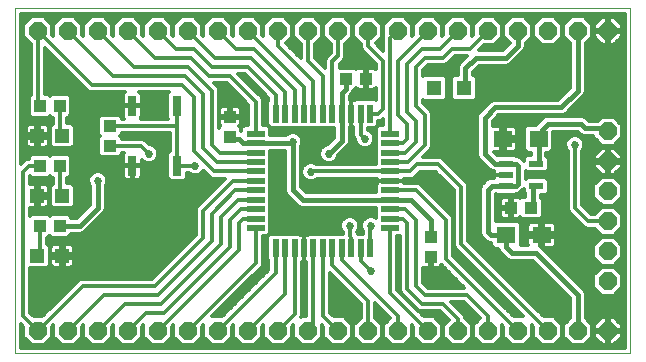
<source format=gtl>
G75*
G70*
%OFA0B0*%
%FSLAX24Y24*%
%IPPOS*%
%LPD*%
%AMOC8*
5,1,8,0,0,1.08239X$1,22.5*
%
%ADD10C,0.0000*%
%ADD11OC8,0.0600*%
%ADD12R,0.0394X0.0433*%
%ADD13R,0.0433X0.0394*%
%ADD14R,0.0630X0.0551*%
%ADD15R,0.0300X0.0650*%
%ADD16R,0.0472X0.0472*%
%ADD17R,0.0472X0.0217*%
%ADD18R,0.0197X0.0591*%
%ADD19R,0.0591X0.0197*%
%ADD20R,0.0515X0.0515*%
%ADD21C,0.0120*%
%ADD22C,0.0270*%
%ADD23C,0.0160*%
D10*
X002921Y000411D02*
X002921Y011911D01*
X023421Y011911D01*
X023421Y000411D01*
X002921Y000411D01*
D11*
X003671Y001161D03*
X004671Y001161D03*
X005671Y001161D03*
X006671Y001161D03*
X007671Y001161D03*
X008671Y001161D03*
X009671Y001161D03*
X010671Y001161D03*
X011671Y001161D03*
X012671Y001161D03*
X013671Y001161D03*
X014671Y001161D03*
X015671Y001161D03*
X016671Y001161D03*
X017671Y001161D03*
X018671Y001161D03*
X019671Y001161D03*
X020671Y001161D03*
X021671Y001161D03*
X022671Y001161D03*
X022671Y002811D03*
X022671Y003811D03*
X022671Y004811D03*
X022671Y005811D03*
X022671Y006811D03*
X022671Y007811D03*
X022671Y011161D03*
X021671Y011161D03*
X020671Y011161D03*
X019671Y011161D03*
X018671Y011161D03*
X017671Y011161D03*
X016671Y011161D03*
X015671Y011161D03*
X014671Y011161D03*
X013671Y011161D03*
X012671Y011161D03*
X011671Y011161D03*
X010671Y011161D03*
X009671Y011161D03*
X008671Y011161D03*
X007671Y011161D03*
X006671Y011161D03*
X005671Y011161D03*
X004671Y011161D03*
X003671Y011161D03*
D12*
X003736Y008661D03*
X004406Y008661D03*
X004406Y006661D03*
X003736Y006661D03*
X003736Y004661D03*
X004406Y004661D03*
X010071Y007627D03*
X010071Y008296D03*
X016771Y004296D03*
X016771Y003627D03*
D13*
X019436Y005261D03*
X020106Y005261D03*
X014606Y009561D03*
X013936Y009561D03*
X006071Y007996D03*
X006071Y007327D03*
D14*
X019180Y007561D03*
X020361Y007561D03*
X020461Y004361D03*
X019280Y004361D03*
D15*
X008321Y006661D03*
X006821Y006661D03*
X006821Y008661D03*
X008321Y008661D03*
D16*
X004484Y007661D03*
X003657Y007661D03*
X003657Y005661D03*
X004484Y005661D03*
X004484Y003661D03*
X003657Y003661D03*
D17*
X019259Y005987D03*
X019259Y006361D03*
X019259Y006735D03*
X020283Y006735D03*
X020283Y005987D03*
D18*
X014746Y003917D03*
X014431Y003917D03*
X014116Y003917D03*
X013801Y003917D03*
X013486Y003917D03*
X013171Y003917D03*
X012856Y003917D03*
X012541Y003917D03*
X012226Y003917D03*
X011911Y003917D03*
X011596Y003917D03*
X011596Y008405D03*
X011911Y008405D03*
X012226Y008405D03*
X012541Y008405D03*
X012856Y008405D03*
X013171Y008405D03*
X013486Y008405D03*
X013801Y008405D03*
X014116Y008405D03*
X014431Y008405D03*
X014746Y008405D03*
D19*
X015415Y007736D03*
X015415Y007421D03*
X015415Y007106D03*
X015415Y006791D03*
X015415Y006476D03*
X015415Y006161D03*
X015415Y005846D03*
X015415Y005531D03*
X015415Y005216D03*
X015415Y004901D03*
X015415Y004586D03*
X010927Y004586D03*
X010927Y004901D03*
X010927Y005216D03*
X010927Y005531D03*
X010927Y005846D03*
X010927Y006161D03*
X010927Y006476D03*
X010927Y006791D03*
X010927Y007106D03*
X010927Y007421D03*
X010927Y007736D03*
D20*
X016871Y009261D03*
X017871Y009261D03*
D21*
X017433Y009289D02*
X017308Y009289D01*
X017308Y009171D02*
X017433Y009171D01*
X017433Y009052D02*
X017308Y009052D01*
X017308Y008933D02*
X017433Y008933D01*
X017433Y008929D02*
X017539Y008824D01*
X018203Y008824D01*
X018308Y008929D01*
X018308Y009593D01*
X018203Y009699D01*
X018181Y009699D01*
X018181Y009804D01*
X018379Y010001D01*
X019219Y010001D01*
X019323Y010001D01*
X019418Y010041D01*
X019818Y010441D01*
X019891Y010514D01*
X019931Y010610D01*
X019931Y010742D01*
X020151Y010962D01*
X020151Y011360D01*
X019870Y011641D01*
X019472Y011641D01*
X019191Y011360D01*
X019191Y010962D01*
X019398Y010756D01*
X019163Y010521D01*
X018370Y010521D01*
X018530Y010681D01*
X018870Y010681D01*
X019151Y010962D01*
X019151Y011360D01*
X018870Y011641D01*
X018472Y011641D01*
X018191Y011360D01*
X018191Y011021D01*
X018151Y010981D01*
X018151Y011360D01*
X017870Y011641D01*
X017472Y011641D01*
X017191Y011360D01*
X017191Y011021D01*
X017151Y010981D01*
X017151Y011360D01*
X016870Y011641D01*
X016472Y011641D01*
X016191Y011360D01*
X016191Y011021D01*
X016151Y010981D01*
X016151Y011360D01*
X015870Y011641D01*
X015472Y011641D01*
X015191Y011360D01*
X015191Y011004D01*
X015176Y010971D01*
X015176Y010968D01*
X015175Y010965D01*
X015175Y010920D01*
X015174Y010875D01*
X015175Y010872D01*
X015175Y010496D01*
X014930Y010742D01*
X015151Y010962D01*
X015151Y011360D01*
X014870Y011641D01*
X014472Y011641D01*
X014191Y011360D01*
X014191Y010962D01*
X014431Y010722D01*
X014431Y010614D01*
X014467Y010525D01*
X014535Y010458D01*
X014931Y010062D01*
X014931Y009875D01*
X014920Y009886D01*
X014884Y009907D01*
X014843Y009918D01*
X014644Y009918D01*
X014644Y009600D01*
X014567Y009600D01*
X014567Y009918D01*
X014368Y009918D01*
X014327Y009907D01*
X014291Y009886D01*
X014285Y009880D01*
X014227Y009938D01*
X013726Y009938D01*
X013726Y010047D01*
X013874Y010195D01*
X013911Y010284D01*
X013911Y010379D01*
X013911Y010722D01*
X014151Y010962D01*
X014151Y011360D01*
X013870Y011641D01*
X013472Y011641D01*
X013191Y011360D01*
X013191Y010962D01*
X013431Y010722D01*
X013431Y010431D01*
X013282Y010282D01*
X013246Y010194D01*
X013246Y010099D01*
X013246Y009926D01*
X012911Y010261D01*
X012911Y010722D01*
X013151Y010962D01*
X013151Y011360D01*
X012870Y011641D01*
X012472Y011641D01*
X012191Y011360D01*
X012191Y010962D01*
X012431Y010722D01*
X012431Y010241D01*
X011930Y010742D01*
X012151Y010962D01*
X012151Y011360D01*
X011870Y011641D01*
X011472Y011641D01*
X011191Y011360D01*
X011191Y010981D01*
X011151Y011021D01*
X011151Y011360D01*
X010870Y011641D01*
X010472Y011641D01*
X010191Y011360D01*
X010191Y010981D01*
X010151Y011021D01*
X010151Y011360D01*
X009870Y011641D01*
X009472Y011641D01*
X009191Y011360D01*
X009191Y010981D01*
X009151Y011021D01*
X009151Y011360D01*
X008870Y011641D01*
X008472Y011641D01*
X008191Y011360D01*
X008191Y010981D01*
X008151Y011021D01*
X008151Y011360D01*
X007870Y011641D01*
X007472Y011641D01*
X007191Y011360D01*
X007191Y010981D01*
X007151Y011021D01*
X007151Y011360D01*
X006870Y011641D01*
X006472Y011641D01*
X006191Y011360D01*
X006191Y010981D01*
X006151Y011021D01*
X006151Y011360D01*
X005870Y011641D01*
X005472Y011641D01*
X005191Y011360D01*
X005191Y010981D01*
X005151Y011021D01*
X005151Y011360D01*
X004870Y011641D01*
X004472Y011641D01*
X004191Y011360D01*
X004191Y010981D01*
X004151Y011021D01*
X004151Y011360D01*
X003870Y011641D01*
X003472Y011641D01*
X003191Y011360D01*
X003191Y010962D01*
X003431Y010722D01*
X003431Y009024D01*
X003359Y008952D01*
X003359Y008370D01*
X003465Y008265D01*
X004008Y008265D01*
X004071Y008328D01*
X004134Y008265D01*
X004166Y008265D01*
X004166Y008069D01*
X004068Y007972D01*
X004068Y007350D01*
X004173Y007245D01*
X004795Y007245D01*
X004900Y007350D01*
X004900Y007972D01*
X004795Y008077D01*
X004645Y008077D01*
X004645Y008265D01*
X004677Y008265D01*
X004782Y008370D01*
X004782Y008952D01*
X004677Y009058D01*
X004134Y009058D01*
X004071Y008994D01*
X004008Y009058D01*
X003911Y009058D01*
X003911Y010582D01*
X005335Y009158D01*
X005423Y009121D01*
X005519Y009121D01*
X006585Y009121D01*
X006573Y009114D01*
X006543Y009084D01*
X006522Y009048D01*
X006511Y009007D01*
X006511Y008676D01*
X006806Y008676D01*
X006806Y008646D01*
X006511Y008646D01*
X006511Y008315D01*
X006522Y008274D01*
X006543Y008238D01*
X006545Y008236D01*
X006467Y008236D01*
X006467Y008267D01*
X006362Y008373D01*
X005780Y008373D01*
X005674Y008267D01*
X005674Y007724D01*
X005738Y007661D01*
X005674Y007598D01*
X005674Y007055D01*
X005780Y006950D01*
X006362Y006950D01*
X006467Y007055D01*
X006467Y007087D01*
X006545Y007087D01*
X006543Y007084D01*
X006522Y007048D01*
X006511Y007007D01*
X006511Y006676D01*
X006806Y006676D01*
X006806Y006646D01*
X006836Y006646D01*
X006836Y006176D01*
X006992Y006176D01*
X007033Y006187D01*
X007069Y006208D01*
X007099Y006238D01*
X007120Y006274D01*
X007131Y006315D01*
X007131Y006646D01*
X006836Y006646D01*
X006836Y006676D01*
X007131Y006676D01*
X007131Y006856D01*
X007192Y006794D01*
X007308Y006746D01*
X007434Y006746D01*
X007549Y006794D01*
X007638Y006883D01*
X007686Y006999D01*
X007686Y007124D01*
X007638Y007240D01*
X007549Y007328D01*
X007434Y007376D01*
X007395Y007376D01*
X007241Y007530D01*
X007153Y007567D01*
X007058Y007567D01*
X006467Y007567D01*
X006467Y007598D01*
X006404Y007661D01*
X006467Y007724D01*
X006467Y007756D01*
X008081Y007756D01*
X008081Y007151D01*
X007991Y007061D01*
X007991Y006262D01*
X008096Y006156D01*
X008545Y006156D01*
X008651Y006262D01*
X008651Y006421D01*
X008715Y006421D01*
X008742Y006394D01*
X008858Y006346D01*
X008984Y006346D01*
X009099Y006394D01*
X009188Y006483D01*
X009194Y006498D01*
X009420Y006273D01*
X009508Y006236D01*
X009604Y006236D01*
X009906Y006236D01*
X009035Y005365D01*
X008967Y005297D01*
X008931Y005209D01*
X008931Y004361D01*
X007471Y002901D01*
X005219Y002901D01*
X005123Y002901D01*
X005035Y002865D01*
X003811Y001641D01*
X003530Y001641D01*
X003411Y001761D01*
X003411Y003245D01*
X003968Y003245D01*
X004074Y003350D01*
X004074Y003972D01*
X003976Y004069D01*
X003976Y004265D01*
X004008Y004265D01*
X004071Y004328D01*
X004134Y004265D01*
X004677Y004265D01*
X004782Y004370D01*
X004782Y004401D01*
X005019Y004401D01*
X005123Y004401D01*
X005218Y004441D01*
X005818Y005041D01*
X005891Y005114D01*
X005931Y005210D01*
X005931Y005976D01*
X005938Y005983D01*
X005986Y006099D01*
X005986Y006224D01*
X005938Y006340D01*
X005849Y006428D01*
X005734Y006476D01*
X005608Y006476D01*
X005492Y006428D01*
X005404Y006340D01*
X005356Y006224D01*
X005356Y006099D01*
X005404Y005983D01*
X005411Y005976D01*
X005411Y005369D01*
X004963Y004921D01*
X004782Y004921D01*
X004782Y004952D01*
X004677Y005058D01*
X004134Y005058D01*
X004071Y004994D01*
X004008Y005058D01*
X003465Y005058D01*
X003411Y005004D01*
X003411Y005265D01*
X003599Y005265D01*
X003599Y005603D01*
X003716Y005603D01*
X003716Y005719D01*
X004054Y005719D01*
X004054Y005919D01*
X004043Y005959D01*
X004022Y005996D01*
X003992Y006025D01*
X003955Y006047D01*
X003915Y006057D01*
X003716Y006057D01*
X003716Y005720D01*
X003599Y005720D01*
X003599Y006057D01*
X003411Y006057D01*
X003411Y006319D01*
X003465Y006265D01*
X004008Y006265D01*
X004071Y006328D01*
X004134Y006265D01*
X004166Y006265D01*
X004166Y006069D01*
X004068Y005972D01*
X004068Y005350D01*
X004173Y005245D01*
X004795Y005245D01*
X004900Y005350D01*
X004900Y005972D01*
X004795Y006077D01*
X004645Y006077D01*
X004645Y006265D01*
X004677Y006265D01*
X004782Y006370D01*
X004782Y006952D01*
X004677Y007058D01*
X004134Y007058D01*
X004071Y006994D01*
X004008Y007058D01*
X003465Y007058D01*
X003359Y006952D01*
X003359Y006901D01*
X003323Y006901D01*
X003235Y006865D01*
X003101Y006731D01*
X003101Y011731D01*
X023241Y011731D01*
X023241Y000591D01*
X003101Y000591D01*
X003101Y001392D01*
X003191Y001302D01*
X003191Y000962D01*
X003472Y000681D01*
X003870Y000681D01*
X004151Y000962D01*
X004151Y001302D01*
X004191Y001342D01*
X004191Y000962D01*
X004472Y000681D01*
X004870Y000681D01*
X005151Y000962D01*
X005151Y001302D01*
X005191Y001342D01*
X005191Y000962D01*
X005472Y000681D01*
X005870Y000681D01*
X006151Y000962D01*
X006151Y001302D01*
X006191Y001342D01*
X006191Y000962D01*
X006472Y000681D01*
X006870Y000681D01*
X007151Y000962D01*
X007151Y001302D01*
X007191Y001342D01*
X007191Y000962D01*
X007472Y000681D01*
X007870Y000681D01*
X008151Y000962D01*
X008151Y001302D01*
X008191Y001342D01*
X008191Y000962D01*
X008472Y000681D01*
X008870Y000681D01*
X009151Y000962D01*
X009151Y001302D01*
X009191Y001342D01*
X009191Y000962D01*
X009472Y000681D01*
X009870Y000681D01*
X010151Y000962D01*
X010151Y001302D01*
X010191Y001342D01*
X010191Y000962D01*
X010472Y000681D01*
X010870Y000681D01*
X011151Y000962D01*
X011151Y001302D01*
X011191Y001342D01*
X011191Y000962D01*
X011472Y000681D01*
X011870Y000681D01*
X012151Y000962D01*
X012151Y001302D01*
X012191Y001342D01*
X012191Y000962D01*
X012472Y000681D01*
X012870Y000681D01*
X013151Y000962D01*
X013151Y001342D01*
X013191Y001302D01*
X013191Y000962D01*
X013472Y000681D01*
X013870Y000681D01*
X014151Y000962D01*
X014151Y001360D01*
X013870Y001641D01*
X013530Y001641D01*
X013411Y001761D01*
X013411Y003082D01*
X014431Y002062D01*
X014431Y001600D01*
X014191Y001360D01*
X014191Y000962D01*
X014472Y000681D01*
X014870Y000681D01*
X015151Y000962D01*
X015151Y001360D01*
X014911Y001600D01*
X014911Y002082D01*
X015412Y001581D01*
X015191Y001360D01*
X015191Y000962D01*
X015472Y000681D01*
X015870Y000681D01*
X016151Y000962D01*
X016151Y001342D01*
X016191Y001302D01*
X016191Y000962D01*
X016472Y000681D01*
X016870Y000681D01*
X017151Y000962D01*
X017151Y001360D01*
X016870Y001641D01*
X016530Y001641D01*
X015655Y002517D01*
X015655Y004308D01*
X015731Y004308D01*
X015731Y002609D01*
X015731Y002514D01*
X015767Y002425D01*
X016267Y001925D01*
X016335Y001858D01*
X016423Y001821D01*
X017071Y001821D01*
X017362Y001531D01*
X017191Y001360D01*
X017191Y000962D01*
X017472Y000681D01*
X017870Y000681D01*
X018151Y000962D01*
X018151Y001360D01*
X017911Y001600D01*
X017911Y001609D01*
X017874Y001697D01*
X017807Y001765D01*
X017450Y002121D01*
X017871Y002121D01*
X018412Y001581D01*
X018191Y001360D01*
X018191Y000962D01*
X018472Y000681D01*
X018870Y000681D01*
X019151Y000962D01*
X019151Y001342D01*
X019191Y001302D01*
X019191Y000962D01*
X019472Y000681D01*
X019870Y000681D01*
X020151Y000962D01*
X020151Y001342D01*
X020191Y001302D01*
X020191Y000962D01*
X020472Y000681D01*
X020870Y000681D01*
X021151Y000962D01*
X021151Y001360D01*
X020870Y001641D01*
X020530Y001641D01*
X019624Y002547D01*
X019307Y002865D01*
X019307Y002865D01*
X018011Y004161D01*
X018011Y005914D01*
X018011Y006009D01*
X017974Y006097D01*
X017157Y006915D01*
X017069Y006951D01*
X016973Y006951D01*
X016500Y006951D01*
X016707Y007158D01*
X016774Y007225D01*
X016811Y007314D01*
X016811Y008314D01*
X016811Y008409D01*
X016774Y008497D01*
X016511Y008761D01*
X016511Y008852D01*
X016539Y008824D01*
X017203Y008824D01*
X017308Y008929D01*
X017308Y009593D01*
X017203Y009699D01*
X016539Y009699D01*
X016511Y009671D01*
X016511Y009862D01*
X016670Y010021D01*
X017219Y010021D01*
X017307Y010058D01*
X017374Y010125D01*
X017374Y010125D01*
X017570Y010321D01*
X017963Y010321D01*
X017774Y010132D01*
X017700Y010059D01*
X017661Y009963D01*
X017661Y009699D01*
X017539Y009699D01*
X017433Y009593D01*
X017433Y008929D01*
X016790Y008459D02*
X018401Y008459D01*
X018350Y008409D02*
X018311Y008313D01*
X018311Y008210D01*
X018311Y007010D01*
X018350Y006914D01*
X018424Y006841D01*
X018750Y006515D01*
X018845Y006475D01*
X018863Y006475D01*
X018863Y006361D01*
X018863Y006247D01*
X018849Y006247D01*
X018745Y006247D01*
X018650Y006208D01*
X018524Y006082D01*
X018450Y006009D01*
X018411Y005913D01*
X018411Y004513D01*
X018411Y004410D01*
X018450Y004314D01*
X018550Y004214D01*
X018624Y004141D01*
X018719Y004101D01*
X018785Y004101D01*
X018785Y004011D01*
X018891Y003906D01*
X019020Y003906D01*
X019020Y003900D01*
X019060Y003805D01*
X019250Y003614D01*
X019324Y003541D01*
X019419Y003501D01*
X020163Y003501D01*
X021411Y002254D01*
X021411Y001580D01*
X021191Y001360D01*
X021191Y000962D01*
X021472Y000681D01*
X021870Y000681D01*
X022151Y000962D01*
X022151Y001360D01*
X021931Y001580D01*
X021931Y002413D01*
X021891Y002509D01*
X021818Y002582D01*
X020418Y003982D01*
X020401Y003989D01*
X020401Y004301D01*
X019986Y004301D01*
X019986Y004065D01*
X019997Y004024D01*
X019999Y004021D01*
X019775Y004021D01*
X019775Y004711D01*
X019670Y004817D01*
X018931Y004817D01*
X018931Y005716D01*
X018948Y005699D01*
X019570Y005699D01*
X019598Y005727D01*
X019649Y005727D01*
X019744Y005767D01*
X019818Y005841D01*
X019866Y005889D01*
X019866Y005804D01*
X019911Y005760D01*
X019911Y005638D01*
X019814Y005638D01*
X019757Y005580D01*
X019751Y005586D01*
X019714Y005607D01*
X019674Y005618D01*
X019475Y005618D01*
X019475Y005300D01*
X019398Y005300D01*
X019398Y005618D01*
X019199Y005618D01*
X019158Y005607D01*
X019121Y005586D01*
X019092Y005556D01*
X019071Y005520D01*
X019060Y005479D01*
X019060Y005300D01*
X019398Y005300D01*
X019398Y005223D01*
X019475Y005223D01*
X019475Y004904D01*
X019674Y004904D01*
X019714Y004915D01*
X019751Y004936D01*
X019757Y004942D01*
X019814Y004884D01*
X020397Y004884D01*
X020502Y004990D01*
X020502Y005533D01*
X020431Y005604D01*
X020431Y005699D01*
X020593Y005699D01*
X020699Y005804D01*
X020699Y006170D01*
X020593Y006275D01*
X019972Y006275D01*
X019931Y006234D01*
X019931Y006488D01*
X019972Y006447D01*
X020593Y006447D01*
X020699Y006552D01*
X020699Y006918D01*
X020621Y006996D01*
X020621Y007106D01*
X020751Y007106D01*
X020856Y007211D01*
X020856Y007801D01*
X021663Y007801D01*
X021700Y007764D01*
X021774Y007691D01*
X021869Y007651D01*
X022191Y007651D01*
X022191Y007612D01*
X022472Y007331D01*
X022870Y007331D01*
X023151Y007612D01*
X023151Y008010D01*
X022870Y008291D01*
X022472Y008291D01*
X022352Y008171D01*
X022029Y008171D01*
X021918Y008282D01*
X021823Y008321D01*
X021719Y008321D01*
X020619Y008321D01*
X020524Y008282D01*
X020450Y008209D01*
X020259Y008017D01*
X019972Y008017D01*
X019866Y007911D01*
X019866Y007211D01*
X019972Y007106D01*
X020101Y007106D01*
X020101Y007024D01*
X019972Y007024D01*
X019866Y006918D01*
X019866Y006833D01*
X019818Y006882D01*
X019744Y006956D01*
X019649Y006995D01*
X019598Y006995D01*
X019570Y007024D01*
X018976Y007024D01*
X018874Y007126D01*
X019120Y007126D01*
X019120Y007501D01*
X019240Y007501D01*
X019240Y007126D01*
X019516Y007126D01*
X019557Y007137D01*
X019594Y007158D01*
X019623Y007187D01*
X019644Y007224D01*
X019655Y007265D01*
X019655Y007501D01*
X019240Y007501D01*
X019240Y007621D01*
X019120Y007621D01*
X019120Y007997D01*
X018844Y007997D01*
X018831Y007993D01*
X018831Y008154D01*
X019029Y008351D01*
X021069Y008351D01*
X021173Y008351D01*
X021268Y008391D01*
X021818Y008941D01*
X021891Y009014D01*
X021931Y009110D01*
X021931Y010742D01*
X022151Y010962D01*
X022151Y011360D01*
X021870Y011641D01*
X021472Y011641D01*
X021191Y011360D01*
X021191Y010962D01*
X021411Y010742D01*
X021411Y009269D01*
X021013Y008871D01*
X018869Y008871D01*
X018774Y008832D01*
X018700Y008759D01*
X018350Y008409D01*
X018322Y008341D02*
X016811Y008341D01*
X016811Y008222D02*
X018311Y008222D01*
X018311Y008104D02*
X016811Y008104D01*
X016811Y007985D02*
X018311Y007985D01*
X018311Y007867D02*
X016811Y007867D01*
X016811Y007748D02*
X018311Y007748D01*
X018311Y007629D02*
X016811Y007629D01*
X016811Y007511D02*
X018311Y007511D01*
X018311Y007392D02*
X016811Y007392D01*
X016794Y007274D02*
X018311Y007274D01*
X018311Y007155D02*
X016704Y007155D01*
X016586Y007037D02*
X018311Y007037D01*
X018349Y006918D02*
X017148Y006918D01*
X017272Y006800D02*
X018465Y006800D01*
X018424Y006841D02*
X018424Y006841D01*
X018583Y006681D02*
X017390Y006681D01*
X017509Y006563D02*
X018702Y006563D01*
X018863Y006444D02*
X017627Y006444D01*
X017746Y006326D02*
X018863Y006326D01*
X018863Y006361D02*
X019259Y006361D01*
X019259Y006361D01*
X018863Y006361D01*
X018649Y006207D02*
X017865Y006207D01*
X017978Y006088D02*
X018530Y006088D01*
X018434Y005970D02*
X018011Y005970D01*
X018011Y005851D02*
X018411Y005851D01*
X018411Y005733D02*
X018011Y005733D01*
X018011Y005614D02*
X018411Y005614D01*
X018411Y005496D02*
X018011Y005496D01*
X018011Y005377D02*
X018411Y005377D01*
X018411Y005259D02*
X018011Y005259D01*
X018011Y005140D02*
X018411Y005140D01*
X018411Y005022D02*
X018011Y005022D01*
X018011Y004903D02*
X018411Y004903D01*
X018411Y004784D02*
X018011Y004784D01*
X018011Y004666D02*
X018411Y004666D01*
X018411Y004547D02*
X018011Y004547D01*
X018011Y004429D02*
X018411Y004429D01*
X018454Y004310D02*
X018011Y004310D01*
X018011Y004192D02*
X018573Y004192D01*
X018785Y004073D02*
X018098Y004073D01*
X018217Y003955D02*
X018842Y003955D01*
X019047Y003836D02*
X018335Y003836D01*
X018454Y003718D02*
X019147Y003718D01*
X019265Y003599D02*
X018572Y003599D01*
X018691Y003480D02*
X020184Y003480D01*
X020302Y003362D02*
X018810Y003362D01*
X018928Y003243D02*
X020421Y003243D01*
X020540Y003125D02*
X019047Y003125D01*
X019165Y003006D02*
X020658Y003006D01*
X020777Y002888D02*
X019284Y002888D01*
X019402Y002769D02*
X020895Y002769D01*
X021014Y002651D02*
X019521Y002651D01*
X019624Y002547D02*
X019624Y002547D01*
X019639Y002532D02*
X021132Y002532D01*
X021251Y002414D02*
X019758Y002414D01*
X019876Y002295D02*
X021369Y002295D01*
X021411Y002176D02*
X019995Y002176D01*
X020114Y002058D02*
X021411Y002058D01*
X021411Y001939D02*
X020232Y001939D01*
X020351Y001821D02*
X021411Y001821D01*
X021411Y001702D02*
X020469Y001702D01*
X020927Y001584D02*
X021411Y001584D01*
X021296Y001465D02*
X021046Y001465D01*
X021151Y001347D02*
X021191Y001347D01*
X021191Y001228D02*
X021151Y001228D01*
X021151Y001110D02*
X021191Y001110D01*
X021191Y000991D02*
X021151Y000991D01*
X021061Y000873D02*
X021281Y000873D01*
X021399Y000754D02*
X020942Y000754D01*
X020399Y000754D02*
X019942Y000754D01*
X020061Y000873D02*
X020281Y000873D01*
X020191Y000991D02*
X020151Y000991D01*
X020151Y001110D02*
X020191Y001110D01*
X020191Y001228D02*
X020151Y001228D01*
X019671Y001161D02*
X017271Y003561D01*
X017271Y004861D01*
X016286Y005846D01*
X015415Y005846D01*
X014940Y005851D02*
X012548Y005851D01*
X012608Y005791D02*
X012431Y005969D01*
X012431Y007276D01*
X012438Y007283D01*
X012486Y007399D01*
X012486Y007524D01*
X012438Y007640D01*
X012349Y007728D01*
X012234Y007776D01*
X012108Y007776D01*
X011992Y007728D01*
X011945Y007681D01*
X011402Y007681D01*
X011402Y007909D01*
X011297Y008014D01*
X011167Y008014D01*
X011167Y008758D01*
X011167Y008853D01*
X011130Y008941D01*
X010350Y009721D01*
X010571Y009721D01*
X011356Y008937D01*
X011356Y008814D01*
X011318Y008775D01*
X011318Y008036D01*
X011423Y007930D01*
X011769Y007930D01*
X012084Y007930D01*
X012399Y007930D01*
X012714Y007930D01*
X013029Y007930D01*
X013344Y007930D01*
X013541Y007930D01*
X013541Y007599D01*
X013318Y007376D01*
X013308Y007376D01*
X013192Y007328D01*
X013104Y007240D01*
X013056Y007124D01*
X013056Y006999D01*
X013104Y006883D01*
X013192Y006794D01*
X013308Y006746D01*
X013434Y006746D01*
X013549Y006794D01*
X013638Y006883D01*
X013686Y006999D01*
X013686Y007009D01*
X014021Y007344D01*
X014061Y007439D01*
X014061Y007543D01*
X014061Y007950D01*
X014116Y007950D01*
X014191Y007950D01*
X014191Y007654D01*
X014227Y007565D01*
X014256Y007537D01*
X014256Y007499D01*
X014304Y007383D01*
X014392Y007294D01*
X014508Y007246D01*
X014634Y007246D01*
X014749Y007294D01*
X014838Y007383D01*
X014886Y007499D01*
X014886Y007624D01*
X014838Y007740D01*
X014749Y007828D01*
X014671Y007861D01*
X014671Y007930D01*
X014919Y007930D01*
X015024Y008036D01*
X015024Y008165D01*
X015063Y008165D01*
X015151Y008202D01*
X015175Y008226D01*
X015175Y008014D01*
X015045Y008014D01*
X014940Y007909D01*
X014940Y007563D01*
X014940Y007248D01*
X014940Y006933D01*
X014940Y006716D01*
X012961Y006716D01*
X012949Y006728D01*
X012834Y006776D01*
X012708Y006776D01*
X012592Y006728D01*
X012504Y006640D01*
X012456Y006524D01*
X012456Y006399D01*
X012504Y006283D01*
X012592Y006194D01*
X012708Y006146D01*
X012834Y006146D01*
X012949Y006194D01*
X012991Y006236D01*
X014960Y006236D01*
X014960Y006161D01*
X014960Y006042D01*
X014960Y006040D01*
X014940Y006019D01*
X014940Y005791D01*
X012608Y005791D01*
X012431Y005970D02*
X014940Y005970D01*
X014960Y006088D02*
X012431Y006088D01*
X012431Y006207D02*
X012580Y006207D01*
X012486Y006326D02*
X012431Y006326D01*
X012431Y006444D02*
X012456Y006444D01*
X012472Y006563D02*
X012431Y006563D01*
X012431Y006681D02*
X012545Y006681D01*
X012431Y006800D02*
X013187Y006800D01*
X013089Y006918D02*
X012431Y006918D01*
X012431Y007037D02*
X013056Y007037D01*
X013069Y007155D02*
X012431Y007155D01*
X012431Y007274D02*
X013138Y007274D01*
X013334Y007392D02*
X012483Y007392D01*
X012486Y007511D02*
X013453Y007511D01*
X013541Y007629D02*
X012442Y007629D01*
X012302Y007748D02*
X013541Y007748D01*
X013541Y007867D02*
X011402Y007867D01*
X011402Y007748D02*
X012040Y007748D01*
X011368Y007985D02*
X011326Y007985D01*
X011318Y008104D02*
X011167Y008104D01*
X011167Y008222D02*
X011318Y008222D01*
X011318Y008341D02*
X011167Y008341D01*
X011167Y008459D02*
X011318Y008459D01*
X011318Y008578D02*
X011167Y008578D01*
X011167Y008696D02*
X011318Y008696D01*
X011356Y008815D02*
X011167Y008815D01*
X011133Y008933D02*
X011356Y008933D01*
X011241Y009052D02*
X011019Y009052D01*
X011122Y009171D02*
X010901Y009171D01*
X011004Y009289D02*
X010782Y009289D01*
X010885Y009408D02*
X010664Y009408D01*
X010766Y009526D02*
X010545Y009526D01*
X010648Y009645D02*
X010427Y009645D01*
X010071Y009661D02*
X009371Y009661D01*
X008771Y010261D01*
X007571Y010261D01*
X006671Y011161D01*
X006191Y011186D02*
X006151Y011186D01*
X006151Y011304D02*
X006191Y011304D01*
X006254Y011423D02*
X006088Y011423D01*
X005969Y011541D02*
X006372Y011541D01*
X006191Y011067D02*
X006151Y011067D01*
X005671Y011161D02*
X006871Y009961D01*
X008671Y009961D01*
X009471Y009161D01*
X009471Y007361D01*
X009726Y007106D01*
X010927Y007106D01*
X010927Y006791D02*
X009641Y006791D01*
X009171Y007261D01*
X009171Y009061D01*
X008571Y009661D01*
X006171Y009661D01*
X004671Y011161D01*
X005151Y011186D02*
X005191Y011186D01*
X005191Y011304D02*
X005151Y011304D01*
X005088Y011423D02*
X005254Y011423D01*
X005372Y011541D02*
X004969Y011541D01*
X004372Y011541D02*
X003969Y011541D01*
X004088Y011423D02*
X004254Y011423D01*
X004191Y011304D02*
X004151Y011304D01*
X004151Y011186D02*
X004191Y011186D01*
X004191Y011067D02*
X004151Y011067D01*
X003671Y011161D02*
X005471Y009361D01*
X008471Y009361D01*
X008871Y008961D01*
X008871Y007161D01*
X009556Y006476D01*
X010927Y006476D01*
X010927Y006161D02*
X010171Y006161D01*
X009171Y005161D01*
X009171Y004261D01*
X007571Y002661D01*
X005171Y002661D01*
X003671Y001161D01*
X003171Y001661D01*
X003171Y006461D01*
X003371Y006661D01*
X003736Y006661D01*
X003359Y006918D02*
X003101Y006918D01*
X003101Y006800D02*
X003170Y006800D01*
X003101Y007037D02*
X003444Y007037D01*
X003400Y007265D02*
X003599Y007265D01*
X003599Y007603D01*
X003261Y007603D01*
X003261Y007404D01*
X003272Y007363D01*
X003293Y007327D01*
X003323Y007297D01*
X003359Y007276D01*
X003400Y007265D01*
X003367Y007274D02*
X003101Y007274D01*
X003101Y007392D02*
X003264Y007392D01*
X003261Y007511D02*
X003101Y007511D01*
X003101Y007629D02*
X003599Y007629D01*
X003599Y007603D02*
X003599Y007719D01*
X003261Y007719D01*
X003261Y007919D01*
X003272Y007959D01*
X003293Y007996D01*
X003323Y008025D01*
X003359Y008047D01*
X003400Y008057D01*
X003599Y008057D01*
X003599Y007720D01*
X003716Y007720D01*
X003716Y008057D01*
X003915Y008057D01*
X003955Y008047D01*
X003992Y008025D01*
X004022Y007996D01*
X004043Y007959D01*
X004054Y007919D01*
X004054Y007719D01*
X003716Y007719D01*
X003716Y007603D01*
X004054Y007603D01*
X004054Y007404D01*
X004043Y007363D01*
X004022Y007327D01*
X003992Y007297D01*
X003955Y007276D01*
X003915Y007265D01*
X003716Y007265D01*
X003716Y007603D01*
X003599Y007603D01*
X003599Y007511D02*
X003716Y007511D01*
X003716Y007629D02*
X004068Y007629D01*
X004054Y007511D02*
X004068Y007511D01*
X004068Y007392D02*
X004051Y007392D01*
X004145Y007274D02*
X003948Y007274D01*
X003716Y007274D02*
X003599Y007274D01*
X003599Y007392D02*
X003716Y007392D01*
X004029Y007037D02*
X004113Y007037D01*
X004698Y007037D02*
X005693Y007037D01*
X005674Y007155D02*
X003101Y007155D01*
X003101Y007748D02*
X003261Y007748D01*
X003261Y007867D02*
X003101Y007867D01*
X003101Y007985D02*
X003287Y007985D01*
X003101Y008104D02*
X004166Y008104D01*
X004166Y008222D02*
X003101Y008222D01*
X003101Y008341D02*
X003389Y008341D01*
X003359Y008459D02*
X003101Y008459D01*
X003101Y008578D02*
X003359Y008578D01*
X003359Y008696D02*
X003101Y008696D01*
X003101Y008815D02*
X003359Y008815D01*
X003359Y008933D02*
X003101Y008933D01*
X003101Y009052D02*
X003431Y009052D01*
X003431Y009171D02*
X003101Y009171D01*
X003101Y009289D02*
X003431Y009289D01*
X003431Y009408D02*
X003101Y009408D01*
X003101Y009526D02*
X003431Y009526D01*
X003431Y009645D02*
X003101Y009645D01*
X003101Y009763D02*
X003431Y009763D01*
X003431Y009882D02*
X003101Y009882D01*
X003101Y010000D02*
X003431Y010000D01*
X003431Y010119D02*
X003101Y010119D01*
X003101Y010237D02*
X003431Y010237D01*
X003431Y010356D02*
X003101Y010356D01*
X003101Y010475D02*
X003431Y010475D01*
X003431Y010593D02*
X003101Y010593D01*
X003101Y010712D02*
X003431Y010712D01*
X003323Y010830D02*
X003101Y010830D01*
X003101Y010949D02*
X003205Y010949D01*
X003191Y011067D02*
X003101Y011067D01*
X003101Y011186D02*
X003191Y011186D01*
X003191Y011304D02*
X003101Y011304D01*
X003101Y011423D02*
X003254Y011423D01*
X003372Y011541D02*
X003101Y011541D01*
X003101Y011660D02*
X023241Y011660D01*
X023241Y011541D02*
X022941Y011541D01*
X022861Y011621D02*
X022711Y011621D01*
X022711Y011201D01*
X023131Y011201D01*
X023131Y011352D01*
X022861Y011621D01*
X022711Y011541D02*
X022631Y011541D01*
X022631Y011621D02*
X022480Y011621D01*
X022211Y011352D01*
X022211Y011201D01*
X022631Y011201D01*
X022631Y011121D01*
X022711Y011121D01*
X022711Y010701D01*
X022861Y010701D01*
X023131Y010971D01*
X023131Y011121D01*
X022711Y011121D01*
X022711Y011201D01*
X022631Y011201D01*
X022631Y011621D01*
X022401Y011541D02*
X021969Y011541D01*
X022088Y011423D02*
X022282Y011423D01*
X022211Y011304D02*
X022151Y011304D01*
X022151Y011186D02*
X022631Y011186D01*
X022631Y011121D02*
X022211Y011121D01*
X022211Y010971D01*
X022480Y010701D01*
X022631Y010701D01*
X022631Y011121D01*
X022631Y011067D02*
X022711Y011067D01*
X022711Y010949D02*
X022631Y010949D01*
X022631Y010830D02*
X022711Y010830D01*
X022711Y010712D02*
X022631Y010712D01*
X022470Y010712D02*
X021931Y010712D01*
X021931Y010593D02*
X023241Y010593D01*
X023241Y010475D02*
X021931Y010475D01*
X021931Y010356D02*
X023241Y010356D01*
X023241Y010237D02*
X021931Y010237D01*
X021931Y010119D02*
X023241Y010119D01*
X023241Y010000D02*
X021931Y010000D01*
X021931Y009882D02*
X023241Y009882D01*
X023241Y009763D02*
X021931Y009763D01*
X021931Y009645D02*
X023241Y009645D01*
X023241Y009526D02*
X021931Y009526D01*
X021931Y009408D02*
X023241Y009408D01*
X023241Y009289D02*
X021931Y009289D01*
X021931Y009171D02*
X023241Y009171D01*
X023241Y009052D02*
X021907Y009052D01*
X021811Y008933D02*
X023241Y008933D01*
X023241Y008815D02*
X021692Y008815D01*
X021574Y008696D02*
X023241Y008696D01*
X023241Y008578D02*
X021455Y008578D01*
X021337Y008459D02*
X023241Y008459D01*
X023241Y008341D02*
X019018Y008341D01*
X018899Y008222D02*
X020464Y008222D01*
X020346Y008104D02*
X018831Y008104D01*
X019120Y007985D02*
X019240Y007985D01*
X019240Y007997D02*
X019240Y007621D01*
X019655Y007621D01*
X019655Y007858D01*
X019644Y007899D01*
X019623Y007935D01*
X019594Y007965D01*
X019557Y007986D01*
X019516Y007997D01*
X019240Y007997D01*
X019240Y007867D02*
X019120Y007867D01*
X019120Y007748D02*
X019240Y007748D01*
X019240Y007629D02*
X019120Y007629D01*
X019240Y007511D02*
X019866Y007511D01*
X019866Y007629D02*
X019655Y007629D01*
X019655Y007748D02*
X019866Y007748D01*
X019866Y007867D02*
X019653Y007867D01*
X019558Y007985D02*
X019940Y007985D01*
X020856Y007748D02*
X021716Y007748D01*
X021634Y007676D02*
X021508Y007676D01*
X021392Y007628D01*
X021304Y007540D01*
X021256Y007424D01*
X021256Y007299D01*
X021304Y007183D01*
X021331Y007156D01*
X021331Y005214D01*
X021367Y005125D01*
X021435Y005058D01*
X021885Y004608D01*
X021973Y004571D01*
X022069Y004571D01*
X022232Y004571D01*
X022472Y004331D01*
X022870Y004331D01*
X023151Y004612D01*
X023151Y005010D01*
X022870Y005291D01*
X022472Y005291D01*
X022232Y005051D01*
X022120Y005051D01*
X021811Y005361D01*
X021811Y007156D01*
X021838Y007183D01*
X021886Y007299D01*
X021886Y007424D01*
X021838Y007540D01*
X021749Y007628D01*
X021634Y007676D01*
X021746Y007629D02*
X022191Y007629D01*
X022292Y007511D02*
X021850Y007511D01*
X021886Y007392D02*
X022411Y007392D01*
X022480Y007271D02*
X022211Y007002D01*
X022211Y006851D01*
X022631Y006851D01*
X022631Y006771D01*
X022711Y006771D01*
X022711Y006351D01*
X022861Y006351D01*
X023131Y006621D01*
X023131Y006771D01*
X022711Y006771D01*
X022711Y006851D01*
X023131Y006851D01*
X023131Y007002D01*
X022861Y007271D01*
X022711Y007271D01*
X022711Y006851D01*
X022631Y006851D01*
X022631Y007271D01*
X022480Y007271D01*
X022364Y007155D02*
X021811Y007155D01*
X021811Y007037D02*
X022246Y007037D01*
X022211Y006918D02*
X021811Y006918D01*
X021811Y006800D02*
X022631Y006800D01*
X022631Y006771D02*
X022211Y006771D01*
X022211Y006621D01*
X022480Y006351D01*
X022631Y006351D01*
X022631Y006771D01*
X022711Y006800D02*
X023241Y006800D01*
X023241Y006918D02*
X023131Y006918D01*
X023096Y007037D02*
X023241Y007037D01*
X023241Y007155D02*
X022977Y007155D01*
X022931Y007392D02*
X023241Y007392D01*
X023241Y007274D02*
X021876Y007274D01*
X021571Y007361D02*
X021571Y005261D01*
X022021Y004811D01*
X022671Y004811D01*
X023021Y005140D02*
X023241Y005140D01*
X023241Y005022D02*
X023139Y005022D01*
X023151Y004903D02*
X023241Y004903D01*
X023241Y004784D02*
X023151Y004784D01*
X023151Y004666D02*
X023241Y004666D01*
X023241Y004547D02*
X023086Y004547D01*
X022967Y004429D02*
X023241Y004429D01*
X023241Y004310D02*
X020522Y004310D01*
X020522Y004301D02*
X020522Y004421D01*
X020936Y004421D01*
X020936Y004658D01*
X020925Y004699D01*
X020904Y004735D01*
X020875Y004765D01*
X020838Y004786D01*
X020797Y004797D01*
X020521Y004797D01*
X020521Y004421D01*
X020401Y004421D01*
X020401Y004301D01*
X020521Y004301D01*
X020521Y003926D01*
X020797Y003926D01*
X020838Y003937D01*
X020875Y003958D01*
X020904Y003987D01*
X020925Y004024D01*
X020936Y004065D01*
X020936Y004301D01*
X020522Y004301D01*
X020521Y004192D02*
X020401Y004192D01*
X020401Y004310D02*
X019775Y004310D01*
X019775Y004192D02*
X019986Y004192D01*
X019986Y004073D02*
X019775Y004073D01*
X019775Y004429D02*
X019986Y004429D01*
X019986Y004421D02*
X020401Y004421D01*
X020401Y004797D01*
X020125Y004797D01*
X020085Y004786D01*
X020048Y004765D01*
X020018Y004735D01*
X019997Y004699D01*
X019986Y004658D01*
X019986Y004421D01*
X019986Y004547D02*
X019775Y004547D01*
X019775Y004666D02*
X019989Y004666D01*
X020082Y004784D02*
X019702Y004784D01*
X019796Y004903D02*
X018931Y004903D01*
X018931Y005022D02*
X019066Y005022D01*
X019071Y005003D02*
X019060Y005043D01*
X019060Y005223D01*
X019398Y005223D01*
X019398Y004904D01*
X019199Y004904D01*
X019158Y004915D01*
X019121Y004936D01*
X019092Y004966D01*
X019071Y005003D01*
X019060Y005140D02*
X018931Y005140D01*
X018931Y005259D02*
X019398Y005259D01*
X019398Y005377D02*
X019475Y005377D01*
X019475Y005496D02*
X019398Y005496D01*
X019398Y005614D02*
X019475Y005614D01*
X019688Y005614D02*
X019791Y005614D01*
X019911Y005733D02*
X019662Y005733D01*
X019829Y005851D02*
X019866Y005851D01*
X020431Y005614D02*
X021331Y005614D01*
X021331Y005496D02*
X020502Y005496D01*
X020502Y005377D02*
X021331Y005377D01*
X021331Y005259D02*
X020502Y005259D01*
X020502Y005140D02*
X021361Y005140D01*
X021471Y005022D02*
X020502Y005022D01*
X020415Y004903D02*
X021590Y004903D01*
X021708Y004784D02*
X020841Y004784D01*
X020934Y004666D02*
X021827Y004666D01*
X022256Y004547D02*
X020936Y004547D01*
X020936Y004429D02*
X022374Y004429D01*
X022472Y004291D02*
X022191Y004010D01*
X022191Y003612D01*
X022472Y003331D01*
X022870Y003331D01*
X023151Y003612D01*
X023151Y004010D01*
X022870Y004291D01*
X022472Y004291D01*
X022373Y004192D02*
X020936Y004192D01*
X020936Y004073D02*
X022254Y004073D01*
X022191Y003955D02*
X020869Y003955D01*
X020564Y003836D02*
X022191Y003836D01*
X022191Y003718D02*
X020682Y003718D01*
X020801Y003599D02*
X022204Y003599D01*
X022323Y003480D02*
X020919Y003480D01*
X021038Y003362D02*
X022441Y003362D01*
X022472Y003291D02*
X022191Y003010D01*
X022191Y002612D01*
X022472Y002331D01*
X022870Y002331D01*
X023151Y002612D01*
X023151Y003010D01*
X022870Y003291D01*
X022472Y003291D01*
X022424Y003243D02*
X021156Y003243D01*
X021275Y003125D02*
X022306Y003125D01*
X022191Y003006D02*
X021393Y003006D01*
X021512Y002888D02*
X022191Y002888D01*
X022191Y002769D02*
X021631Y002769D01*
X021749Y002651D02*
X022191Y002651D01*
X022271Y002532D02*
X021868Y002532D01*
X021931Y002414D02*
X022390Y002414D01*
X021931Y002295D02*
X023241Y002295D01*
X023241Y002176D02*
X021931Y002176D01*
X021931Y002058D02*
X023241Y002058D01*
X023241Y001939D02*
X021931Y001939D01*
X021931Y001821D02*
X023241Y001821D01*
X023241Y001702D02*
X021931Y001702D01*
X021931Y001584D02*
X022443Y001584D01*
X022480Y001621D02*
X022211Y001352D01*
X022211Y001201D01*
X022631Y001201D01*
X022631Y001121D01*
X022711Y001121D01*
X022711Y000701D01*
X022861Y000701D01*
X023131Y000971D01*
X023131Y001121D01*
X022711Y001121D01*
X022711Y001201D01*
X023131Y001201D01*
X023131Y001352D01*
X022861Y001621D01*
X022711Y001621D01*
X022711Y001201D01*
X022631Y001201D01*
X022631Y001621D01*
X022480Y001621D01*
X022631Y001584D02*
X022711Y001584D01*
X022711Y001465D02*
X022631Y001465D01*
X022631Y001347D02*
X022711Y001347D01*
X022711Y001228D02*
X022631Y001228D01*
X022631Y001121D02*
X022211Y001121D01*
X022211Y000971D01*
X022480Y000701D01*
X022631Y000701D01*
X022631Y001121D01*
X022631Y001110D02*
X022711Y001110D01*
X022711Y000991D02*
X022631Y000991D01*
X022631Y000873D02*
X022711Y000873D01*
X022711Y000754D02*
X022631Y000754D01*
X022428Y000754D02*
X021942Y000754D01*
X022061Y000873D02*
X022309Y000873D01*
X022211Y000991D02*
X022151Y000991D01*
X022151Y001110D02*
X022211Y001110D01*
X022211Y001228D02*
X022151Y001228D01*
X022151Y001347D02*
X022211Y001347D01*
X022324Y001465D02*
X022046Y001465D01*
X022899Y001584D02*
X023241Y001584D01*
X023241Y001465D02*
X023017Y001465D01*
X023131Y001347D02*
X023241Y001347D01*
X023241Y001228D02*
X023131Y001228D01*
X023131Y001110D02*
X023241Y001110D01*
X023241Y000991D02*
X023131Y000991D01*
X023033Y000873D02*
X023241Y000873D01*
X023241Y000754D02*
X022914Y000754D01*
X023241Y000635D02*
X003101Y000635D01*
X003101Y000754D02*
X003399Y000754D01*
X003281Y000873D02*
X003101Y000873D01*
X003101Y000991D02*
X003191Y000991D01*
X003191Y001110D02*
X003101Y001110D01*
X003101Y001228D02*
X003191Y001228D01*
X003146Y001347D02*
X003101Y001347D01*
X003469Y001702D02*
X003873Y001702D01*
X003991Y001821D02*
X003411Y001821D01*
X003411Y001939D02*
X004110Y001939D01*
X004228Y002058D02*
X003411Y002058D01*
X003411Y002176D02*
X004347Y002176D01*
X004465Y002295D02*
X003411Y002295D01*
X003411Y002414D02*
X004584Y002414D01*
X004702Y002532D02*
X003411Y002532D01*
X003411Y002651D02*
X004821Y002651D01*
X004939Y002769D02*
X003411Y002769D01*
X003411Y002888D02*
X005091Y002888D01*
X004819Y003297D02*
X004848Y003327D01*
X004870Y003363D01*
X004880Y003404D01*
X004880Y003603D01*
X004543Y003603D01*
X004543Y003719D01*
X004880Y003719D01*
X004880Y003919D01*
X004870Y003959D01*
X004848Y003996D01*
X004819Y004025D01*
X004782Y004047D01*
X004742Y004057D01*
X004542Y004057D01*
X004542Y003720D01*
X004426Y003720D01*
X004426Y004057D01*
X004227Y004057D01*
X004186Y004047D01*
X004150Y004025D01*
X004120Y003996D01*
X004099Y003959D01*
X004088Y003919D01*
X004088Y003719D01*
X004426Y003719D01*
X004426Y003603D01*
X004542Y003603D01*
X004542Y003265D01*
X004742Y003265D01*
X004782Y003276D01*
X004819Y003297D01*
X004869Y003362D02*
X007932Y003362D01*
X007814Y003243D02*
X003411Y003243D01*
X003411Y003125D02*
X007695Y003125D01*
X007576Y003006D02*
X003411Y003006D01*
X004074Y003362D02*
X004100Y003362D01*
X004099Y003363D02*
X004120Y003327D01*
X004150Y003297D01*
X004186Y003276D01*
X004227Y003265D01*
X004426Y003265D01*
X004426Y003603D01*
X004088Y003603D01*
X004088Y003404D01*
X004099Y003363D01*
X004088Y003480D02*
X004074Y003480D01*
X004074Y003599D02*
X004088Y003599D01*
X004074Y003718D02*
X004426Y003718D01*
X004543Y003718D02*
X008288Y003718D01*
X008406Y003836D02*
X004880Y003836D01*
X004871Y003955D02*
X008525Y003955D01*
X008643Y004073D02*
X003976Y004073D01*
X003976Y004192D02*
X008762Y004192D01*
X008880Y004310D02*
X004722Y004310D01*
X004542Y003955D02*
X004426Y003955D01*
X004426Y003836D02*
X004542Y003836D01*
X004542Y003599D02*
X004426Y003599D01*
X004426Y003480D02*
X004542Y003480D01*
X004542Y003362D02*
X004426Y003362D01*
X004880Y003480D02*
X008051Y003480D01*
X008169Y003599D02*
X004880Y003599D01*
X004088Y003836D02*
X004074Y003836D01*
X004074Y003955D02*
X004098Y003955D01*
X004089Y004310D02*
X004053Y004310D01*
X003736Y004661D02*
X003736Y003740D01*
X003657Y003661D01*
X005189Y004429D02*
X008931Y004429D01*
X008931Y004547D02*
X005325Y004547D01*
X005443Y004666D02*
X008931Y004666D01*
X008931Y004784D02*
X005562Y004784D01*
X005680Y004903D02*
X008931Y004903D01*
X008931Y005022D02*
X005799Y005022D01*
X005902Y005140D02*
X008931Y005140D01*
X008951Y005259D02*
X005931Y005259D01*
X005931Y005377D02*
X009047Y005377D01*
X009166Y005496D02*
X005931Y005496D01*
X005931Y005614D02*
X009284Y005614D01*
X009403Y005733D02*
X005931Y005733D01*
X005931Y005851D02*
X009522Y005851D01*
X009640Y005970D02*
X005931Y005970D01*
X005982Y006088D02*
X009759Y006088D01*
X009877Y006207D02*
X008596Y006207D01*
X008651Y006326D02*
X009367Y006326D01*
X009249Y006444D02*
X009149Y006444D01*
X008921Y006661D02*
X008321Y006661D01*
X008321Y007996D01*
X006071Y007996D01*
X005674Y007985D02*
X004887Y007985D01*
X004900Y007867D02*
X005674Y007867D01*
X005674Y007748D02*
X004900Y007748D01*
X004900Y007629D02*
X005706Y007629D01*
X005674Y007511D02*
X004900Y007511D01*
X004900Y007392D02*
X005674Y007392D01*
X005674Y007274D02*
X004824Y007274D01*
X004782Y006918D02*
X006511Y006918D01*
X006511Y006800D02*
X004782Y006800D01*
X004782Y006681D02*
X006511Y006681D01*
X006511Y006646D02*
X006511Y006315D01*
X006522Y006274D01*
X006543Y006238D01*
X006573Y006208D01*
X006609Y006187D01*
X006650Y006176D01*
X006806Y006176D01*
X006806Y006646D01*
X006511Y006646D01*
X006511Y006563D02*
X004782Y006563D01*
X004782Y006444D02*
X005531Y006444D01*
X005398Y006326D02*
X004738Y006326D01*
X004645Y006207D02*
X005356Y006207D01*
X005360Y006088D02*
X004645Y006088D01*
X004900Y005970D02*
X005411Y005970D01*
X005411Y005851D02*
X004900Y005851D01*
X004900Y005733D02*
X005411Y005733D01*
X005411Y005614D02*
X004900Y005614D01*
X004900Y005496D02*
X005411Y005496D01*
X005411Y005377D02*
X004900Y005377D01*
X004809Y005259D02*
X005301Y005259D01*
X005182Y005140D02*
X003411Y005140D01*
X003411Y005022D02*
X003429Y005022D01*
X003411Y005259D02*
X004160Y005259D01*
X004068Y005377D02*
X004046Y005377D01*
X004043Y005363D02*
X004054Y005404D01*
X004054Y005603D01*
X003716Y005603D01*
X003716Y005265D01*
X003915Y005265D01*
X003955Y005276D01*
X003992Y005297D01*
X004022Y005327D01*
X004043Y005363D01*
X004054Y005496D02*
X004068Y005496D01*
X004068Y005614D02*
X003716Y005614D01*
X003716Y005496D02*
X003599Y005496D01*
X003599Y005377D02*
X003716Y005377D01*
X003716Y005733D02*
X003599Y005733D01*
X003599Y005851D02*
X003716Y005851D01*
X003716Y005970D02*
X003599Y005970D01*
X003411Y006088D02*
X004166Y006088D01*
X004166Y006207D02*
X003411Y006207D01*
X004037Y005970D02*
X004068Y005970D01*
X004054Y005851D02*
X004068Y005851D01*
X004054Y005733D02*
X004068Y005733D01*
X004406Y005640D02*
X004484Y005661D01*
X004406Y005640D02*
X004406Y006661D01*
X004073Y006326D02*
X004068Y006326D01*
X005811Y006444D02*
X006511Y006444D01*
X006511Y006326D02*
X005944Y006326D01*
X005986Y006207D02*
X006575Y006207D01*
X006806Y006207D02*
X006836Y006207D01*
X006836Y006326D02*
X006806Y006326D01*
X006806Y006444D02*
X006836Y006444D01*
X006836Y006563D02*
X006806Y006563D01*
X007131Y006563D02*
X007991Y006563D01*
X007991Y006681D02*
X007131Y006681D01*
X007131Y006800D02*
X007187Y006800D01*
X007555Y006800D02*
X007991Y006800D01*
X007991Y006918D02*
X007653Y006918D01*
X007686Y007037D02*
X007991Y007037D01*
X008081Y007155D02*
X007673Y007155D01*
X007604Y007274D02*
X008081Y007274D01*
X008081Y007392D02*
X007379Y007392D01*
X007261Y007511D02*
X008081Y007511D01*
X008081Y007629D02*
X006436Y007629D01*
X006467Y007748D02*
X008081Y007748D01*
X008321Y007996D02*
X008321Y008661D01*
X007991Y008696D02*
X007131Y008696D01*
X007131Y008676D02*
X006836Y008676D01*
X006836Y008646D01*
X007131Y008646D01*
X007131Y008315D01*
X007120Y008274D01*
X007099Y008238D01*
X007097Y008236D01*
X008017Y008236D01*
X007991Y008262D01*
X007991Y009061D01*
X008051Y009121D01*
X007057Y009121D01*
X007069Y009114D01*
X007099Y009084D01*
X007120Y009048D01*
X007131Y009007D01*
X007131Y008676D01*
X007131Y008578D02*
X007991Y008578D01*
X007991Y008459D02*
X007131Y008459D01*
X007131Y008341D02*
X007991Y008341D01*
X007991Y008815D02*
X007131Y008815D01*
X007131Y008933D02*
X007991Y008933D01*
X007991Y009052D02*
X007118Y009052D01*
X006524Y009052D02*
X004683Y009052D01*
X004782Y008933D02*
X006511Y008933D01*
X006511Y008815D02*
X004782Y008815D01*
X004782Y008696D02*
X006511Y008696D01*
X006511Y008578D02*
X004782Y008578D01*
X004782Y008459D02*
X006511Y008459D01*
X006511Y008341D02*
X006394Y008341D01*
X005748Y008341D02*
X004753Y008341D01*
X004645Y008222D02*
X005674Y008222D01*
X005674Y008104D02*
X004645Y008104D01*
X004406Y007740D02*
X004484Y007661D01*
X004406Y007740D02*
X004406Y008661D01*
X004128Y009052D02*
X004013Y009052D01*
X003911Y009171D02*
X005322Y009171D01*
X005204Y009289D02*
X003911Y009289D01*
X003911Y009408D02*
X005085Y009408D01*
X004966Y009526D02*
X003911Y009526D01*
X003911Y009645D02*
X004848Y009645D01*
X004729Y009763D02*
X003911Y009763D01*
X003911Y009882D02*
X004611Y009882D01*
X004492Y010000D02*
X003911Y010000D01*
X003911Y010119D02*
X004374Y010119D01*
X004255Y010237D02*
X003911Y010237D01*
X003911Y010356D02*
X004137Y010356D01*
X004018Y010475D02*
X003911Y010475D01*
X003671Y011161D02*
X003671Y008761D01*
X003736Y008696D01*
X003736Y008661D01*
X003716Y007985D02*
X003599Y007985D01*
X003599Y007867D02*
X003716Y007867D01*
X003716Y007748D02*
X003599Y007748D01*
X004054Y007748D02*
X004068Y007748D01*
X004054Y007867D02*
X004068Y007867D01*
X004081Y007985D02*
X004028Y007985D01*
X006071Y007327D02*
X007106Y007327D01*
X007371Y007061D01*
X006519Y007037D02*
X006449Y007037D01*
X007131Y006444D02*
X007991Y006444D01*
X007991Y006326D02*
X007131Y006326D01*
X007067Y006207D02*
X008046Y006207D01*
X009471Y005061D02*
X009471Y004161D01*
X007671Y002361D01*
X005871Y002361D01*
X004671Y001161D01*
X005151Y001110D02*
X005191Y001110D01*
X005191Y001228D02*
X005151Y001228D01*
X005151Y000991D02*
X005191Y000991D01*
X005281Y000873D02*
X005061Y000873D01*
X004942Y000754D02*
X005399Y000754D01*
X005942Y000754D02*
X006399Y000754D01*
X006281Y000873D02*
X006061Y000873D01*
X006151Y000991D02*
X006191Y000991D01*
X006191Y001110D02*
X006151Y001110D01*
X006151Y001228D02*
X006191Y001228D01*
X006671Y001161D02*
X007271Y001761D01*
X007871Y001761D01*
X010071Y003961D01*
X010071Y004861D01*
X010426Y005216D01*
X010927Y005216D01*
X010927Y004901D02*
X010511Y004901D01*
X010371Y004761D01*
X010371Y003861D01*
X007671Y001161D01*
X008151Y001110D02*
X008191Y001110D01*
X008191Y001228D02*
X008151Y001228D01*
X008151Y000991D02*
X008191Y000991D01*
X008281Y000873D02*
X008061Y000873D01*
X007942Y000754D02*
X008399Y000754D01*
X008942Y000754D02*
X009399Y000754D01*
X009281Y000873D02*
X009061Y000873D01*
X009151Y000991D02*
X009191Y000991D01*
X009191Y001110D02*
X009151Y001110D01*
X009151Y001228D02*
X009191Y001228D01*
X009671Y001161D02*
X011596Y003086D01*
X011596Y003917D01*
X011318Y003955D02*
X011167Y003955D01*
X011167Y004073D02*
X011318Y004073D01*
X011318Y004192D02*
X011167Y004192D01*
X011167Y004308D02*
X011297Y004308D01*
X011402Y004413D01*
X011402Y004759D01*
X011402Y005074D01*
X011402Y005389D01*
X011402Y005704D01*
X011402Y006019D01*
X011402Y006334D01*
X011402Y006649D01*
X011402Y006964D01*
X011402Y007161D01*
X011911Y007161D01*
X011911Y005810D01*
X011950Y005714D01*
X012024Y005641D01*
X012354Y005311D01*
X012449Y005271D01*
X012552Y005271D01*
X014940Y005271D01*
X014940Y005043D01*
X014940Y004932D01*
X014834Y004976D01*
X014708Y004976D01*
X014592Y004928D01*
X014504Y004840D01*
X014456Y004724D01*
X014456Y004599D01*
X014504Y004483D01*
X014506Y004481D01*
X014506Y004392D01*
X014327Y004392D01*
X014323Y004468D01*
X014338Y004483D01*
X014386Y004599D01*
X014386Y004724D01*
X014338Y004840D01*
X014249Y004928D01*
X014134Y004976D01*
X014008Y004976D01*
X013892Y004928D01*
X013804Y004840D01*
X013756Y004724D01*
X013756Y004599D01*
X013804Y004483D01*
X013844Y004443D01*
X013847Y004392D01*
X013628Y004392D01*
X013313Y004392D01*
X012998Y004392D01*
X012683Y004392D01*
X012662Y004372D01*
X012660Y004372D01*
X012541Y004372D01*
X012541Y003918D01*
X012541Y003918D01*
X012541Y004372D01*
X012421Y004372D01*
X012419Y004372D01*
X012399Y004392D01*
X012053Y004392D01*
X011738Y004392D01*
X011423Y004392D01*
X011318Y004287D01*
X011318Y003547D01*
X011356Y003509D01*
X011356Y003186D01*
X009811Y001641D01*
X009490Y001641D01*
X011130Y003281D01*
X011167Y003369D01*
X011167Y003465D01*
X011167Y004308D01*
X011299Y004310D02*
X011341Y004310D01*
X011402Y004429D02*
X013844Y004429D01*
X013777Y004547D02*
X011402Y004547D01*
X011402Y004666D02*
X013756Y004666D01*
X013781Y004784D02*
X011402Y004784D01*
X011402Y004903D02*
X013867Y004903D01*
X014275Y004903D02*
X014567Y004903D01*
X014481Y004784D02*
X014361Y004784D01*
X014386Y004666D02*
X014456Y004666D01*
X014477Y004547D02*
X014365Y004547D01*
X014325Y004429D02*
X014506Y004429D01*
X014746Y004586D02*
X014746Y003917D01*
X014431Y003917D02*
X014431Y003501D01*
X014771Y003161D01*
X015655Y003125D02*
X015731Y003125D01*
X015731Y003243D02*
X015655Y003243D01*
X015655Y003362D02*
X015731Y003362D01*
X015731Y003480D02*
X015655Y003480D01*
X015655Y003599D02*
X015731Y003599D01*
X015731Y003718D02*
X015655Y003718D01*
X015655Y003836D02*
X015731Y003836D01*
X015731Y003955D02*
X015655Y003955D01*
X015655Y004073D02*
X015731Y004073D01*
X015731Y004192D02*
X015655Y004192D01*
X015415Y004586D02*
X015415Y002417D01*
X016671Y001161D01*
X017151Y001110D02*
X017191Y001110D01*
X017191Y001228D02*
X017151Y001228D01*
X017151Y001347D02*
X017191Y001347D01*
X017296Y001465D02*
X017046Y001465D01*
X016927Y001584D02*
X017309Y001584D01*
X017190Y001702D02*
X016469Y001702D01*
X016351Y001821D02*
X017072Y001821D01*
X017171Y002061D02*
X017671Y001561D01*
X017671Y001161D01*
X018151Y001110D02*
X018191Y001110D01*
X018191Y001228D02*
X018151Y001228D01*
X018151Y001347D02*
X018191Y001347D01*
X018296Y001465D02*
X018046Y001465D01*
X017927Y001584D02*
X018409Y001584D01*
X018290Y001702D02*
X017869Y001702D01*
X017751Y001821D02*
X018172Y001821D01*
X018053Y001939D02*
X017632Y001939D01*
X017514Y002058D02*
X017935Y002058D01*
X017971Y002361D02*
X018671Y001661D01*
X018671Y001161D01*
X019151Y001110D02*
X019191Y001110D01*
X019191Y001228D02*
X019151Y001228D01*
X019151Y000991D02*
X019191Y000991D01*
X019281Y000873D02*
X019061Y000873D01*
X018942Y000754D02*
X019399Y000754D01*
X018399Y000754D02*
X017942Y000754D01*
X018061Y000873D02*
X018281Y000873D01*
X018191Y000991D02*
X018151Y000991D01*
X017399Y000754D02*
X016942Y000754D01*
X017061Y000873D02*
X017281Y000873D01*
X017191Y000991D02*
X017151Y000991D01*
X016399Y000754D02*
X015942Y000754D01*
X016061Y000873D02*
X016281Y000873D01*
X016191Y000991D02*
X016151Y000991D01*
X016151Y001110D02*
X016191Y001110D01*
X016191Y001228D02*
X016151Y001228D01*
X015671Y001161D02*
X015671Y001661D01*
X013801Y003531D01*
X013801Y003917D01*
X013486Y003917D02*
X013486Y003346D01*
X014671Y002161D01*
X014671Y001161D01*
X015151Y001110D02*
X015191Y001110D01*
X015191Y001228D02*
X015151Y001228D01*
X015151Y001347D02*
X015191Y001347D01*
X015296Y001465D02*
X015046Y001465D01*
X014927Y001584D02*
X015409Y001584D01*
X015290Y001702D02*
X014911Y001702D01*
X014911Y001821D02*
X015172Y001821D01*
X015053Y001939D02*
X014911Y001939D01*
X014911Y002058D02*
X014935Y002058D01*
X014431Y002058D02*
X013411Y002058D01*
X013411Y002176D02*
X014316Y002176D01*
X014198Y002295D02*
X013411Y002295D01*
X013411Y002414D02*
X014079Y002414D01*
X013961Y002532D02*
X013411Y002532D01*
X013411Y002651D02*
X013842Y002651D01*
X013723Y002769D02*
X013411Y002769D01*
X013411Y002888D02*
X013605Y002888D01*
X013486Y003006D02*
X013411Y003006D01*
X012616Y003006D02*
X012466Y003006D01*
X012466Y002888D02*
X012616Y002888D01*
X012616Y002769D02*
X012466Y002769D01*
X012466Y002651D02*
X012616Y002651D01*
X012616Y002532D02*
X012466Y002532D01*
X012466Y002414D02*
X012616Y002414D01*
X012616Y002295D02*
X012466Y002295D01*
X012466Y002176D02*
X012616Y002176D01*
X012616Y002058D02*
X012466Y002058D01*
X012466Y001939D02*
X012616Y001939D01*
X012616Y001821D02*
X012466Y001821D01*
X012466Y001764D02*
X012466Y003462D01*
X012541Y003462D01*
X012616Y003462D01*
X012616Y001641D01*
X012472Y001641D01*
X012442Y001611D01*
X012466Y001669D01*
X012466Y001764D01*
X012466Y001702D02*
X012616Y001702D01*
X012226Y001716D02*
X011671Y001161D01*
X012151Y001110D02*
X012191Y001110D01*
X012191Y001228D02*
X012151Y001228D01*
X012151Y000991D02*
X012191Y000991D01*
X012281Y000873D02*
X012061Y000873D01*
X011942Y000754D02*
X012399Y000754D01*
X012942Y000754D02*
X013399Y000754D01*
X013281Y000873D02*
X013061Y000873D01*
X013151Y000991D02*
X013191Y000991D01*
X013191Y001110D02*
X013151Y001110D01*
X013151Y001228D02*
X013191Y001228D01*
X012856Y001346D02*
X012671Y001161D01*
X012856Y001346D02*
X012856Y003917D01*
X012541Y003917D02*
X012541Y003462D01*
X012541Y003917D01*
X012541Y003917D01*
X012541Y003955D02*
X012541Y003955D01*
X012541Y004073D02*
X012541Y004073D01*
X012541Y004192D02*
X012541Y004192D01*
X012541Y004310D02*
X012541Y004310D01*
X012541Y003836D02*
X012541Y003836D01*
X012541Y003718D02*
X012541Y003718D01*
X012541Y003599D02*
X012541Y003599D01*
X012541Y003480D02*
X012541Y003480D01*
X012466Y003362D02*
X012616Y003362D01*
X012616Y003243D02*
X012466Y003243D01*
X012466Y003125D02*
X012616Y003125D01*
X012226Y003917D02*
X012226Y001716D01*
X013171Y001661D02*
X013171Y003917D01*
X014116Y003916D02*
X014071Y004661D01*
X014746Y004586D02*
X014771Y004661D01*
X014940Y005022D02*
X011402Y005022D01*
X011402Y005140D02*
X014940Y005140D01*
X014940Y005259D02*
X011402Y005259D01*
X011402Y005377D02*
X012287Y005377D01*
X012169Y005496D02*
X011402Y005496D01*
X011402Y005614D02*
X012050Y005614D01*
X011943Y005733D02*
X011402Y005733D01*
X011402Y005851D02*
X011911Y005851D01*
X011911Y005970D02*
X011402Y005970D01*
X011402Y006088D02*
X011911Y006088D01*
X011911Y006207D02*
X011402Y006207D01*
X011402Y006326D02*
X011911Y006326D01*
X011911Y006444D02*
X011402Y006444D01*
X011402Y006563D02*
X011911Y006563D01*
X011911Y006681D02*
X011402Y006681D01*
X011402Y006800D02*
X011911Y006800D01*
X011911Y006918D02*
X011402Y006918D01*
X011402Y007037D02*
X011911Y007037D01*
X011911Y007155D02*
X011402Y007155D01*
X010927Y007736D02*
X010927Y008805D01*
X010071Y009661D01*
X009971Y009421D02*
X009550Y009421D01*
X009674Y009297D01*
X009711Y009209D01*
X009711Y009114D01*
X009711Y007934D01*
X009752Y007975D01*
X009746Y007981D01*
X009725Y008018D01*
X009714Y008058D01*
X009714Y008257D01*
X010032Y008257D01*
X010032Y008334D01*
X009714Y008334D01*
X009714Y008534D01*
X009725Y008574D01*
X009746Y008611D01*
X009776Y008640D01*
X009812Y008661D01*
X009853Y008672D01*
X010032Y008672D01*
X010032Y008335D01*
X010109Y008335D01*
X010109Y008672D01*
X010289Y008672D01*
X010329Y008661D01*
X010366Y008640D01*
X010396Y008611D01*
X010417Y008574D01*
X010428Y008534D01*
X010428Y008334D01*
X010110Y008334D01*
X010110Y008257D01*
X010428Y008257D01*
X010428Y008058D01*
X010417Y008018D01*
X010396Y007981D01*
X010390Y007975D01*
X010448Y007918D01*
X010448Y007811D01*
X010451Y007809D01*
X010451Y007909D01*
X010557Y008014D01*
X010687Y008014D01*
X010687Y008706D01*
X009971Y009421D01*
X009985Y009408D02*
X009564Y009408D01*
X009678Y009289D02*
X010104Y009289D01*
X010222Y009171D02*
X009711Y009171D01*
X009711Y009052D02*
X010341Y009052D01*
X010459Y008933D02*
X009711Y008933D01*
X009711Y008815D02*
X010578Y008815D01*
X010687Y008696D02*
X009711Y008696D01*
X009711Y008578D02*
X009727Y008578D01*
X009714Y008459D02*
X009711Y008459D01*
X009711Y008341D02*
X009714Y008341D01*
X009711Y008222D02*
X009714Y008222D01*
X009711Y008104D02*
X009714Y008104D01*
X009711Y007985D02*
X009744Y007985D01*
X010032Y008341D02*
X010109Y008341D01*
X010109Y008459D02*
X010032Y008459D01*
X010032Y008578D02*
X010109Y008578D01*
X010415Y008578D02*
X010687Y008578D01*
X010687Y008459D02*
X010428Y008459D01*
X010428Y008341D02*
X010687Y008341D01*
X010687Y008222D02*
X010428Y008222D01*
X010428Y008104D02*
X010687Y008104D01*
X010528Y007985D02*
X010398Y007985D01*
X010448Y007867D02*
X010451Y007867D01*
X011596Y008405D02*
X011596Y009036D01*
X010671Y009961D01*
X009471Y009961D01*
X008871Y010561D01*
X008271Y010561D01*
X007671Y011161D01*
X008151Y011186D02*
X008191Y011186D01*
X008191Y011304D02*
X008151Y011304D01*
X008088Y011423D02*
X008254Y011423D01*
X008372Y011541D02*
X007969Y011541D01*
X008151Y011067D02*
X008191Y011067D01*
X008671Y011161D02*
X009571Y010261D01*
X010771Y010261D01*
X011911Y009121D01*
X011911Y008405D01*
X012226Y008405D02*
X012226Y009206D01*
X010871Y010561D01*
X010271Y010561D01*
X009671Y011161D01*
X010151Y011186D02*
X010191Y011186D01*
X010191Y011304D02*
X010151Y011304D01*
X010088Y011423D02*
X010254Y011423D01*
X010372Y011541D02*
X009969Y011541D01*
X009372Y011541D02*
X008969Y011541D01*
X009088Y011423D02*
X009254Y011423D01*
X009191Y011304D02*
X009151Y011304D01*
X009151Y011186D02*
X009191Y011186D01*
X009191Y011067D02*
X009151Y011067D01*
X010151Y011067D02*
X010191Y011067D01*
X010671Y011161D02*
X012541Y009291D01*
X012541Y008405D01*
X012856Y008405D02*
X012856Y009476D01*
X011671Y010661D01*
X011671Y011161D01*
X012019Y010830D02*
X012323Y010830D01*
X012431Y010712D02*
X011960Y010712D01*
X012078Y010593D02*
X012431Y010593D01*
X012431Y010475D02*
X012197Y010475D01*
X012315Y010356D02*
X012431Y010356D01*
X012671Y010161D02*
X012671Y011161D01*
X013019Y010830D02*
X013323Y010830D01*
X013431Y010712D02*
X012911Y010712D01*
X012911Y010593D02*
X013431Y010593D01*
X013431Y010475D02*
X012911Y010475D01*
X012911Y010356D02*
X013356Y010356D01*
X013264Y010237D02*
X012934Y010237D01*
X013053Y010119D02*
X013246Y010119D01*
X013246Y010000D02*
X013171Y010000D01*
X013486Y010146D02*
X013671Y010331D01*
X013671Y011161D01*
X014019Y010830D02*
X014323Y010830D01*
X014431Y010712D02*
X013911Y010712D01*
X013911Y010593D02*
X014439Y010593D01*
X014518Y010475D02*
X013911Y010475D01*
X013911Y010356D02*
X014637Y010356D01*
X014755Y010237D02*
X013892Y010237D01*
X013798Y010119D02*
X014874Y010119D01*
X014931Y010000D02*
X013726Y010000D01*
X013486Y010146D02*
X013486Y008405D01*
X013171Y008405D02*
X013171Y009661D01*
X012671Y010161D01*
X013137Y010949D02*
X013205Y010949D01*
X013191Y011067D02*
X013151Y011067D01*
X013151Y011186D02*
X013191Y011186D01*
X013191Y011304D02*
X013151Y011304D01*
X013088Y011423D02*
X013254Y011423D01*
X013372Y011541D02*
X012969Y011541D01*
X012372Y011541D02*
X011969Y011541D01*
X012088Y011423D02*
X012254Y011423D01*
X012191Y011304D02*
X012151Y011304D01*
X012151Y011186D02*
X012191Y011186D01*
X012191Y011067D02*
X012151Y011067D01*
X012137Y010949D02*
X012205Y010949D01*
X011372Y011541D02*
X010969Y011541D01*
X011088Y011423D02*
X011254Y011423D01*
X011191Y011304D02*
X011151Y011304D01*
X011151Y011186D02*
X011191Y011186D01*
X011191Y011067D02*
X011151Y011067D01*
X013969Y011541D02*
X014372Y011541D01*
X014254Y011423D02*
X014088Y011423D01*
X014151Y011304D02*
X014191Y011304D01*
X014191Y011186D02*
X014151Y011186D01*
X014151Y011067D02*
X014191Y011067D01*
X014205Y010949D02*
X014137Y010949D01*
X014671Y011161D02*
X014671Y010661D01*
X015171Y010161D01*
X015171Y008561D01*
X015015Y008405D01*
X014746Y008405D01*
X014431Y008405D02*
X014431Y007701D01*
X014571Y007561D01*
X014886Y007511D02*
X014940Y007511D01*
X014940Y007629D02*
X014884Y007629D01*
X014830Y007748D02*
X014940Y007748D01*
X014940Y007867D02*
X014671Y007867D01*
X014974Y007985D02*
X015016Y007985D01*
X015024Y008104D02*
X015175Y008104D01*
X015171Y008222D02*
X015175Y008222D01*
X015671Y008361D02*
X015671Y010161D01*
X016671Y011161D01*
X017151Y011186D02*
X017191Y011186D01*
X017191Y011304D02*
X017151Y011304D01*
X017088Y011423D02*
X017254Y011423D01*
X017372Y011541D02*
X016969Y011541D01*
X017151Y011067D02*
X017191Y011067D01*
X017671Y011161D02*
X017071Y010561D01*
X016471Y010561D01*
X015971Y010061D01*
X015971Y008461D01*
X016271Y008161D01*
X016271Y007461D01*
X015916Y007106D01*
X015415Y007106D01*
X015415Y006791D02*
X016001Y006791D01*
X016571Y007361D01*
X016571Y008361D01*
X016271Y008661D01*
X016271Y009961D01*
X016571Y010261D01*
X017171Y010261D01*
X017471Y010561D01*
X018071Y010561D01*
X018671Y011161D01*
X019019Y010830D02*
X019323Y010830D01*
X019354Y010712D02*
X018900Y010712D01*
X019235Y010593D02*
X018442Y010593D01*
X017879Y010237D02*
X017486Y010237D01*
X017368Y010119D02*
X017761Y010119D01*
X017676Y010000D02*
X016649Y010000D01*
X016531Y009882D02*
X017661Y009882D01*
X017661Y009763D02*
X016511Y009763D01*
X017257Y009645D02*
X017485Y009645D01*
X017433Y009526D02*
X017308Y009526D01*
X017308Y009408D02*
X017433Y009408D01*
X018181Y009763D02*
X021411Y009763D01*
X021411Y009645D02*
X018257Y009645D01*
X018308Y009526D02*
X021411Y009526D01*
X021411Y009408D02*
X018308Y009408D01*
X018308Y009289D02*
X021411Y009289D01*
X021312Y009171D02*
X018308Y009171D01*
X018308Y009052D02*
X021194Y009052D01*
X021075Y008933D02*
X018308Y008933D01*
X018638Y008696D02*
X016575Y008696D01*
X016511Y008815D02*
X018757Y008815D01*
X018520Y008578D02*
X016694Y008578D01*
X015971Y008061D02*
X015671Y008361D01*
X015971Y008061D02*
X015971Y007561D01*
X015831Y007421D01*
X015415Y007421D01*
X015415Y007736D02*
X015415Y010917D01*
X015671Y011161D01*
X016151Y011186D02*
X016191Y011186D01*
X016191Y011304D02*
X016151Y011304D01*
X016088Y011423D02*
X016254Y011423D01*
X016372Y011541D02*
X015969Y011541D01*
X015372Y011541D02*
X014969Y011541D01*
X015088Y011423D02*
X015254Y011423D01*
X015191Y011304D02*
X015151Y011304D01*
X015151Y011186D02*
X015191Y011186D01*
X015191Y011067D02*
X015151Y011067D01*
X015137Y010949D02*
X015175Y010949D01*
X015175Y010830D02*
X015019Y010830D01*
X014960Y010712D02*
X015175Y010712D01*
X015175Y010593D02*
X015078Y010593D01*
X016151Y011067D02*
X016191Y011067D01*
X017969Y011541D02*
X018372Y011541D01*
X018254Y011423D02*
X018088Y011423D01*
X018151Y011304D02*
X018191Y011304D01*
X018191Y011186D02*
X018151Y011186D01*
X018151Y011067D02*
X018191Y011067D01*
X018969Y011541D02*
X019372Y011541D01*
X019254Y011423D02*
X019088Y011423D01*
X019151Y011304D02*
X019191Y011304D01*
X019191Y011186D02*
X019151Y011186D01*
X019151Y011067D02*
X019191Y011067D01*
X019205Y010949D02*
X019137Y010949D01*
X019931Y010712D02*
X020442Y010712D01*
X020472Y010681D02*
X020870Y010681D01*
X021151Y010962D01*
X021151Y011360D01*
X020870Y011641D01*
X020472Y011641D01*
X020191Y011360D01*
X020191Y010962D01*
X020472Y010681D01*
X020323Y010830D02*
X020019Y010830D01*
X020137Y010949D02*
X020205Y010949D01*
X020191Y011067D02*
X020151Y011067D01*
X020151Y011186D02*
X020191Y011186D01*
X020191Y011304D02*
X020151Y011304D01*
X020088Y011423D02*
X020254Y011423D01*
X020372Y011541D02*
X019969Y011541D01*
X020969Y011541D02*
X021372Y011541D01*
X021254Y011423D02*
X021088Y011423D01*
X021151Y011304D02*
X021191Y011304D01*
X021191Y011186D02*
X021151Y011186D01*
X021151Y011067D02*
X021191Y011067D01*
X021205Y010949D02*
X021137Y010949D01*
X021019Y010830D02*
X021323Y010830D01*
X021411Y010712D02*
X020900Y010712D01*
X021411Y010593D02*
X019924Y010593D01*
X019852Y010475D02*
X021411Y010475D01*
X021411Y010356D02*
X019733Y010356D01*
X019615Y010237D02*
X021411Y010237D01*
X021411Y010119D02*
X019496Y010119D01*
X018378Y010000D02*
X021411Y010000D01*
X021411Y009882D02*
X018259Y009882D01*
X014931Y009882D02*
X014925Y009882D01*
X014644Y009882D02*
X014567Y009882D01*
X014567Y009763D02*
X014644Y009763D01*
X014644Y009645D02*
X014567Y009645D01*
X014567Y009523D02*
X014644Y009523D01*
X014644Y009204D01*
X014843Y009204D01*
X014884Y009215D01*
X014920Y009236D01*
X014931Y009247D01*
X014931Y008868D01*
X014919Y008881D01*
X014604Y008881D01*
X014258Y008881D01*
X014237Y008860D01*
X014235Y008861D01*
X014116Y008861D01*
X014116Y008406D01*
X014116Y008406D01*
X014116Y008861D01*
X014061Y008861D01*
X014061Y008983D01*
X014157Y009079D01*
X014196Y009175D01*
X014196Y009184D01*
X014227Y009184D01*
X014285Y009242D01*
X014291Y009236D01*
X014327Y009215D01*
X014368Y009204D01*
X014567Y009204D01*
X014567Y009523D01*
X014567Y009408D02*
X014644Y009408D01*
X014644Y009289D02*
X014567Y009289D01*
X014931Y009171D02*
X014194Y009171D01*
X014129Y009052D02*
X014931Y009052D01*
X014931Y008933D02*
X014061Y008933D01*
X014116Y008815D02*
X014116Y008815D01*
X014116Y008696D02*
X014116Y008696D01*
X014116Y008578D02*
X014116Y008578D01*
X014116Y008459D02*
X014116Y008459D01*
X014116Y008405D02*
X014116Y007950D01*
X014116Y008405D01*
X014116Y008405D01*
X014116Y008341D02*
X014116Y008341D01*
X014116Y008222D02*
X014116Y008222D01*
X014116Y008104D02*
X014116Y008104D01*
X014116Y007985D02*
X014116Y007985D01*
X014061Y007867D02*
X014191Y007867D01*
X014191Y007748D02*
X014061Y007748D01*
X014061Y007629D02*
X014201Y007629D01*
X014256Y007511D02*
X014061Y007511D01*
X014041Y007392D02*
X014300Y007392D01*
X014442Y007274D02*
X013951Y007274D01*
X013833Y007155D02*
X014940Y007155D01*
X014940Y007037D02*
X013714Y007037D01*
X013653Y006918D02*
X014940Y006918D01*
X014940Y006800D02*
X013555Y006800D01*
X012786Y006476D02*
X012771Y006461D01*
X012786Y006476D02*
X015415Y006476D01*
X016086Y006476D01*
X016321Y006711D01*
X017021Y006711D01*
X017771Y005961D01*
X017771Y004061D01*
X019171Y002661D01*
X019421Y002411D01*
X020671Y001161D01*
X019851Y001641D02*
X019530Y001641D01*
X017511Y003661D01*
X017511Y004909D01*
X017474Y004997D01*
X017407Y005065D01*
X016422Y006050D01*
X016334Y006086D01*
X016238Y006086D01*
X015870Y006086D01*
X015870Y006161D01*
X015415Y006161D01*
X015415Y006161D01*
X014960Y006161D01*
X015415Y006161D01*
X015415Y006161D01*
X015870Y006161D01*
X015870Y006236D01*
X016038Y006236D01*
X016134Y006236D01*
X016222Y006273D01*
X016420Y006471D01*
X016921Y006471D01*
X017531Y005862D01*
X017531Y004109D01*
X017531Y004014D01*
X017567Y003925D01*
X018967Y002525D01*
X018967Y002525D01*
X019285Y002208D01*
X019851Y001641D01*
X019790Y001702D02*
X019469Y001702D01*
X019351Y001821D02*
X019672Y001821D01*
X019553Y001939D02*
X019232Y001939D01*
X019114Y002058D02*
X019435Y002058D01*
X019316Y002176D02*
X018995Y002176D01*
X018876Y002295D02*
X019198Y002295D01*
X019285Y002208D02*
X019285Y002208D01*
X019079Y002414D02*
X018758Y002414D01*
X018639Y002532D02*
X018961Y002532D01*
X018842Y002651D02*
X018521Y002651D01*
X018402Y002769D02*
X018723Y002769D01*
X018605Y002888D02*
X018284Y002888D01*
X018165Y003006D02*
X018486Y003006D01*
X018368Y003125D02*
X018047Y003125D01*
X017928Y003243D02*
X018249Y003243D01*
X018131Y003362D02*
X017810Y003362D01*
X017691Y003480D02*
X018012Y003480D01*
X017894Y003599D02*
X017572Y003599D01*
X017511Y003718D02*
X017775Y003718D01*
X017657Y003836D02*
X017511Y003836D01*
X017511Y003955D02*
X017555Y003955D01*
X017531Y004073D02*
X017511Y004073D01*
X017511Y004192D02*
X017531Y004192D01*
X017531Y004310D02*
X017511Y004310D01*
X017511Y004429D02*
X017531Y004429D01*
X017531Y004547D02*
X017511Y004547D01*
X017511Y004666D02*
X017531Y004666D01*
X017531Y004784D02*
X017511Y004784D01*
X017511Y004903D02*
X017531Y004903D01*
X017531Y005022D02*
X017450Y005022D01*
X017531Y005140D02*
X017331Y005140D01*
X017213Y005259D02*
X017531Y005259D01*
X017531Y005377D02*
X017094Y005377D01*
X016976Y005496D02*
X017531Y005496D01*
X017531Y005614D02*
X016857Y005614D01*
X016739Y005733D02*
X017531Y005733D01*
X017531Y005851D02*
X016620Y005851D01*
X016502Y005970D02*
X017423Y005970D01*
X017304Y006088D02*
X015870Y006088D01*
X015870Y006207D02*
X017186Y006207D01*
X017067Y006326D02*
X016275Y006326D01*
X016393Y006444D02*
X016949Y006444D01*
X018963Y007037D02*
X020101Y007037D01*
X019922Y007155D02*
X019589Y007155D01*
X019655Y007274D02*
X019866Y007274D01*
X019866Y007392D02*
X019655Y007392D01*
X019240Y007392D02*
X019120Y007392D01*
X019120Y007274D02*
X019240Y007274D01*
X019240Y007155D02*
X019120Y007155D01*
X019782Y006918D02*
X019867Y006918D01*
X019818Y006882D02*
X019818Y006882D01*
X019931Y006444D02*
X021331Y006444D01*
X021331Y006326D02*
X019931Y006326D01*
X020662Y006207D02*
X021331Y006207D01*
X021331Y006088D02*
X020699Y006088D01*
X020699Y005970D02*
X021331Y005970D01*
X021331Y005851D02*
X020699Y005851D01*
X020627Y005733D02*
X021331Y005733D01*
X021811Y005733D02*
X022191Y005733D01*
X022191Y005851D02*
X021811Y005851D01*
X021811Y005970D02*
X022191Y005970D01*
X022191Y006010D02*
X022191Y005612D01*
X022472Y005331D01*
X022870Y005331D01*
X023151Y005612D01*
X023151Y006010D01*
X022870Y006291D01*
X022472Y006291D01*
X022191Y006010D01*
X022269Y006088D02*
X021811Y006088D01*
X021811Y006207D02*
X022388Y006207D01*
X022388Y006444D02*
X021811Y006444D01*
X021811Y006326D02*
X023241Y006326D01*
X023241Y006444D02*
X022954Y006444D01*
X023073Y006563D02*
X023241Y006563D01*
X023241Y006681D02*
X023131Y006681D01*
X022711Y006681D02*
X022631Y006681D01*
X022631Y006563D02*
X022711Y006563D01*
X022711Y006444D02*
X022631Y006444D01*
X022269Y006563D02*
X021811Y006563D01*
X021811Y006681D02*
X022211Y006681D01*
X022631Y006918D02*
X022711Y006918D01*
X022711Y007037D02*
X022631Y007037D01*
X022631Y007155D02*
X022711Y007155D01*
X023049Y007511D02*
X023241Y007511D01*
X023241Y007629D02*
X023151Y007629D01*
X023151Y007748D02*
X023241Y007748D01*
X023241Y007867D02*
X023151Y007867D01*
X023151Y007985D02*
X023241Y007985D01*
X023241Y008104D02*
X023057Y008104D01*
X022939Y008222D02*
X023241Y008222D01*
X022403Y008222D02*
X021978Y008222D01*
X021395Y007629D02*
X020856Y007629D01*
X020856Y007511D02*
X021292Y007511D01*
X021256Y007392D02*
X020856Y007392D01*
X020856Y007274D02*
X021266Y007274D01*
X021331Y007155D02*
X020801Y007155D01*
X020621Y007037D02*
X021331Y007037D01*
X021331Y006918D02*
X020699Y006918D01*
X020699Y006800D02*
X021331Y006800D01*
X021331Y006681D02*
X020699Y006681D01*
X020699Y006563D02*
X021331Y006563D01*
X021811Y005614D02*
X022191Y005614D01*
X022308Y005496D02*
X021811Y005496D01*
X021811Y005377D02*
X022426Y005377D01*
X022439Y005259D02*
X021913Y005259D01*
X022031Y005140D02*
X022321Y005140D01*
X022902Y005259D02*
X023241Y005259D01*
X023241Y005377D02*
X022916Y005377D01*
X023034Y005496D02*
X023241Y005496D01*
X023241Y005614D02*
X023151Y005614D01*
X023151Y005733D02*
X023241Y005733D01*
X023241Y005851D02*
X023151Y005851D01*
X023151Y005970D02*
X023241Y005970D01*
X023241Y006088D02*
X023072Y006088D01*
X022954Y006207D02*
X023241Y006207D01*
X020521Y004784D02*
X020401Y004784D01*
X020401Y004666D02*
X020521Y004666D01*
X020521Y004547D02*
X020401Y004547D01*
X020401Y004429D02*
X020521Y004429D01*
X020521Y004073D02*
X020401Y004073D01*
X020445Y003955D02*
X020521Y003955D01*
X019475Y005022D02*
X019398Y005022D01*
X019398Y005140D02*
X019475Y005140D01*
X019060Y005377D02*
X018931Y005377D01*
X018931Y005496D02*
X019064Y005496D01*
X019184Y005614D02*
X018931Y005614D01*
X016271Y004861D02*
X016271Y002661D01*
X016571Y002361D01*
X017971Y002361D01*
X017891Y002601D02*
X016670Y002601D01*
X016511Y002761D01*
X016511Y003262D01*
X016512Y003261D01*
X016553Y003250D01*
X016732Y003250D01*
X016732Y003588D01*
X016809Y003588D01*
X016809Y003250D01*
X016989Y003250D01*
X017029Y003261D01*
X017066Y003282D01*
X017096Y003312D01*
X017117Y003348D01*
X017123Y003370D01*
X017891Y002601D01*
X017842Y002651D02*
X016621Y002651D01*
X016511Y002769D02*
X017724Y002769D01*
X017605Y002888D02*
X016511Y002888D01*
X016511Y003006D02*
X017486Y003006D01*
X017368Y003125D02*
X016511Y003125D01*
X016511Y003243D02*
X017249Y003243D01*
X017131Y003362D02*
X017120Y003362D01*
X016809Y003362D02*
X016732Y003362D01*
X016732Y003480D02*
X016809Y003480D01*
X015731Y003006D02*
X015655Y003006D01*
X015655Y002888D02*
X015731Y002888D01*
X015731Y002769D02*
X015655Y002769D01*
X015655Y002651D02*
X015731Y002651D01*
X015731Y002532D02*
X015655Y002532D01*
X015758Y002414D02*
X015779Y002414D01*
X015876Y002295D02*
X015898Y002295D01*
X015995Y002176D02*
X016016Y002176D01*
X016114Y002058D02*
X016135Y002058D01*
X016232Y001939D02*
X016253Y001939D01*
X016471Y002061D02*
X017171Y002061D01*
X016471Y002061D02*
X015971Y002561D01*
X015971Y004761D01*
X015831Y004901D01*
X015415Y004901D01*
X015415Y005216D02*
X015916Y005216D01*
X016271Y004861D01*
X014116Y003917D02*
X014116Y003916D01*
X011911Y003917D02*
X011911Y002401D01*
X010671Y001161D01*
X011151Y001110D02*
X011191Y001110D01*
X011191Y001228D02*
X011151Y001228D01*
X011151Y000991D02*
X011191Y000991D01*
X011281Y000873D02*
X011061Y000873D01*
X010942Y000754D02*
X011399Y000754D01*
X010399Y000754D02*
X009942Y000754D01*
X010061Y000873D02*
X010281Y000873D01*
X010191Y000991D02*
X010151Y000991D01*
X010151Y001110D02*
X010191Y001110D01*
X010191Y001228D02*
X010151Y001228D01*
X009873Y001702D02*
X009551Y001702D01*
X009670Y001821D02*
X009991Y001821D01*
X010110Y001939D02*
X009788Y001939D01*
X009907Y002058D02*
X010228Y002058D01*
X010347Y002176D02*
X010025Y002176D01*
X010144Y002295D02*
X010465Y002295D01*
X010584Y002414D02*
X010263Y002414D01*
X010381Y002532D02*
X010702Y002532D01*
X010821Y002651D02*
X010500Y002651D01*
X010618Y002769D02*
X010939Y002769D01*
X011058Y002888D02*
X010737Y002888D01*
X010855Y003006D02*
X011176Y003006D01*
X011295Y003125D02*
X010974Y003125D01*
X011092Y003243D02*
X011356Y003243D01*
X011356Y003362D02*
X011164Y003362D01*
X011167Y003480D02*
X011356Y003480D01*
X011318Y003599D02*
X011167Y003599D01*
X011167Y003718D02*
X011318Y003718D01*
X011318Y003836D02*
X011167Y003836D01*
X010927Y003417D02*
X008671Y001161D01*
X007399Y000754D02*
X006942Y000754D01*
X007061Y000873D02*
X007281Y000873D01*
X007191Y000991D02*
X007151Y000991D01*
X007151Y001110D02*
X007191Y001110D01*
X007191Y001228D02*
X007151Y001228D01*
X006571Y002061D02*
X005671Y001161D01*
X004399Y000754D02*
X003942Y000754D01*
X004061Y000873D02*
X004281Y000873D01*
X004191Y000991D02*
X004151Y000991D01*
X004151Y001110D02*
X004191Y001110D01*
X004191Y001228D02*
X004151Y001228D01*
X006571Y002061D02*
X007771Y002061D01*
X009771Y004061D01*
X009771Y004961D01*
X010341Y005531D01*
X010927Y005531D01*
X010927Y005846D02*
X010256Y005846D01*
X009471Y005061D01*
X010927Y004586D02*
X010927Y003417D01*
X013411Y001939D02*
X014431Y001939D01*
X014431Y001821D02*
X013411Y001821D01*
X013469Y001702D02*
X014431Y001702D01*
X014415Y001584D02*
X013927Y001584D01*
X014046Y001465D02*
X014296Y001465D01*
X014191Y001347D02*
X014151Y001347D01*
X014151Y001228D02*
X014191Y001228D01*
X014191Y001110D02*
X014151Y001110D01*
X014151Y000991D02*
X014191Y000991D01*
X014281Y000873D02*
X014061Y000873D01*
X013942Y000754D02*
X014399Y000754D01*
X014942Y000754D02*
X015399Y000754D01*
X015281Y000873D02*
X015061Y000873D01*
X015151Y000991D02*
X015191Y000991D01*
X013671Y001161D02*
X013171Y001661D01*
X012962Y006207D02*
X014960Y006207D01*
X014940Y007274D02*
X014700Y007274D01*
X014842Y007392D02*
X014940Y007392D01*
X014284Y009882D02*
X014286Y009882D01*
X007372Y011541D02*
X006969Y011541D01*
X007088Y011423D02*
X007254Y011423D01*
X007191Y011304D02*
X007151Y011304D01*
X007151Y011186D02*
X007191Y011186D01*
X007191Y011067D02*
X007151Y011067D01*
X005191Y011067D02*
X005151Y011067D01*
X005063Y005022D02*
X004713Y005022D01*
X004098Y005022D02*
X004044Y005022D01*
X022019Y010830D02*
X022351Y010830D01*
X022233Y010949D02*
X022137Y010949D01*
X022151Y011067D02*
X022211Y011067D01*
X022631Y011304D02*
X022711Y011304D01*
X022711Y011186D02*
X023241Y011186D01*
X023241Y011304D02*
X023131Y011304D01*
X023060Y011423D02*
X023241Y011423D01*
X023241Y011067D02*
X023131Y011067D01*
X023109Y010949D02*
X023241Y010949D01*
X023241Y010830D02*
X022990Y010830D01*
X022872Y010712D02*
X023241Y010712D01*
X022711Y011423D02*
X022631Y011423D01*
X022969Y004192D02*
X023241Y004192D01*
X023241Y004073D02*
X023088Y004073D01*
X023151Y003955D02*
X023241Y003955D01*
X023241Y003836D02*
X023151Y003836D01*
X023151Y003718D02*
X023241Y003718D01*
X023241Y003599D02*
X023137Y003599D01*
X023241Y003480D02*
X023019Y003480D01*
X022900Y003362D02*
X023241Y003362D01*
X023241Y003243D02*
X022917Y003243D01*
X023036Y003125D02*
X023241Y003125D01*
X023241Y003006D02*
X023151Y003006D01*
X023151Y002888D02*
X023241Y002888D01*
X023241Y002769D02*
X023151Y002769D01*
X023151Y002651D02*
X023241Y002651D01*
X023241Y002532D02*
X023071Y002532D01*
X022952Y002414D02*
X023241Y002414D01*
D22*
X021171Y004261D03*
X020771Y006361D03*
X019771Y007061D03*
X017971Y006861D03*
X017471Y006861D03*
X018071Y006361D03*
X016871Y006311D03*
X016471Y006311D03*
X014671Y006061D03*
X013671Y006061D03*
X013171Y006061D03*
X012771Y006461D03*
X013371Y007061D03*
X014171Y007261D03*
X014671Y006961D03*
X014571Y007561D03*
X012971Y007561D03*
X012171Y007461D03*
X010521Y008661D03*
X009971Y008861D03*
X007271Y008961D03*
X005471Y008961D03*
X003271Y008261D03*
X003271Y007161D03*
X005671Y006161D03*
X007371Y007061D03*
X007471Y006361D03*
X008921Y006661D03*
X009071Y006061D03*
X011671Y006061D03*
X011671Y005161D03*
X011671Y004561D03*
X012571Y004561D03*
X014071Y004661D03*
X014771Y004661D03*
X014771Y003161D03*
X014171Y001861D03*
X016771Y002861D03*
X021571Y007361D03*
X021771Y008561D03*
X022171Y009961D03*
X021171Y009961D03*
X019171Y009461D03*
X014621Y010161D03*
X014171Y010161D03*
X014321Y009061D03*
X004071Y003161D03*
D23*
X004406Y004661D02*
X005071Y004661D01*
X005671Y005261D01*
X005671Y006161D01*
X010071Y007627D02*
X010136Y007561D01*
X010371Y007561D01*
X010511Y007421D01*
X010927Y007421D01*
X012131Y007421D01*
X012171Y007461D01*
X012171Y005861D01*
X012501Y005531D01*
X015415Y005531D01*
X016101Y005531D01*
X016771Y004861D01*
X016771Y004296D01*
X018671Y004461D02*
X018771Y004361D01*
X019280Y004361D01*
X019280Y003952D01*
X019471Y003761D01*
X020271Y003761D01*
X021671Y002361D01*
X021671Y001161D01*
X018671Y004461D02*
X018671Y005861D01*
X018797Y005987D01*
X019259Y005987D01*
X019597Y005987D01*
X019671Y006061D01*
X019671Y006661D01*
X019597Y006735D01*
X019259Y006735D01*
X018897Y006735D01*
X018571Y007061D01*
X018571Y008261D01*
X018921Y008611D01*
X021121Y008611D01*
X021671Y009161D01*
X021671Y011161D01*
X019671Y011161D02*
X019671Y010661D01*
X019271Y010261D01*
X018271Y010261D01*
X017921Y009911D01*
X017921Y009311D01*
X017871Y009261D01*
X020471Y007861D02*
X020671Y008061D01*
X021771Y008061D01*
X021921Y007911D01*
X022571Y007911D01*
X022671Y007811D01*
X020471Y007861D02*
X020471Y007561D01*
X020361Y007561D01*
X020361Y006814D01*
X020283Y006735D01*
X020283Y005987D02*
X020197Y005987D01*
X020171Y005961D01*
X020171Y005327D01*
X020106Y005261D01*
X013801Y007491D02*
X013371Y007061D01*
X013801Y007491D02*
X013801Y008405D01*
X013801Y009091D01*
X013936Y009227D01*
X013936Y009561D01*
M02*

</source>
